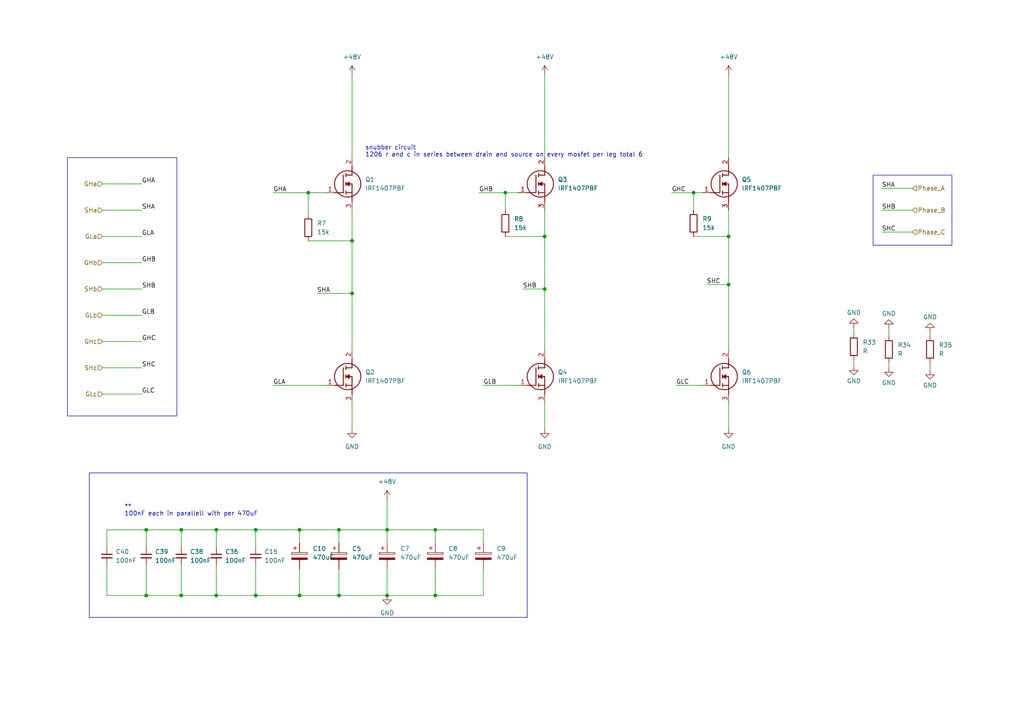
<source format=kicad_sch>
(kicad_sch (version 20230121) (generator eeschema)

  (uuid af921922-f65b-4cd6-b693-e18d3100cea3)

  (paper "A4")

  (lib_symbols
    (symbol "Device:C_Polarized" (pin_numbers hide) (pin_names (offset 0.254)) (in_bom yes) (on_board yes)
      (property "Reference" "C" (at 0.635 2.54 0)
        (effects (font (size 1.27 1.27)) (justify left))
      )
      (property "Value" "C_Polarized" (at 0.635 -2.54 0)
        (effects (font (size 1.27 1.27)) (justify left))
      )
      (property "Footprint" "" (at 0.9652 -3.81 0)
        (effects (font (size 1.27 1.27)) hide)
      )
      (property "Datasheet" "~" (at 0 0 0)
        (effects (font (size 1.27 1.27)) hide)
      )
      (property "ki_keywords" "cap capacitor" (at 0 0 0)
        (effects (font (size 1.27 1.27)) hide)
      )
      (property "ki_description" "Polarized capacitor" (at 0 0 0)
        (effects (font (size 1.27 1.27)) hide)
      )
      (property "ki_fp_filters" "CP_*" (at 0 0 0)
        (effects (font (size 1.27 1.27)) hide)
      )
      (symbol "C_Polarized_0_1"
        (rectangle (start -2.286 0.508) (end 2.286 1.016)
          (stroke (width 0) (type default))
          (fill (type none))
        )
        (polyline
          (pts
            (xy -1.778 2.286)
            (xy -0.762 2.286)
          )
          (stroke (width 0) (type default))
          (fill (type none))
        )
        (polyline
          (pts
            (xy -1.27 2.794)
            (xy -1.27 1.778)
          )
          (stroke (width 0) (type default))
          (fill (type none))
        )
        (rectangle (start 2.286 -0.508) (end -2.286 -1.016)
          (stroke (width 0) (type default))
          (fill (type outline))
        )
      )
      (symbol "C_Polarized_1_1"
        (pin passive line (at 0 3.81 270) (length 2.794)
          (name "~" (effects (font (size 1.27 1.27))))
          (number "1" (effects (font (size 1.27 1.27))))
        )
        (pin passive line (at 0 -3.81 90) (length 2.794)
          (name "~" (effects (font (size 1.27 1.27))))
          (number "2" (effects (font (size 1.27 1.27))))
        )
      )
    )
    (symbol "Device:C_Small" (pin_numbers hide) (pin_names (offset 0.254) hide) (in_bom yes) (on_board yes)
      (property "Reference" "C" (at 0.254 1.778 0)
        (effects (font (size 1.27 1.27)) (justify left))
      )
      (property "Value" "C_Small" (at 0.254 -2.032 0)
        (effects (font (size 1.27 1.27)) (justify left))
      )
      (property "Footprint" "" (at 0 0 0)
        (effects (font (size 1.27 1.27)) hide)
      )
      (property "Datasheet" "~" (at 0 0 0)
        (effects (font (size 1.27 1.27)) hide)
      )
      (property "ki_keywords" "capacitor cap" (at 0 0 0)
        (effects (font (size 1.27 1.27)) hide)
      )
      (property "ki_description" "Unpolarized capacitor, small symbol" (at 0 0 0)
        (effects (font (size 1.27 1.27)) hide)
      )
      (property "ki_fp_filters" "C_*" (at 0 0 0)
        (effects (font (size 1.27 1.27)) hide)
      )
      (symbol "C_Small_0_1"
        (polyline
          (pts
            (xy -1.524 -0.508)
            (xy 1.524 -0.508)
          )
          (stroke (width 0.3302) (type default))
          (fill (type none))
        )
        (polyline
          (pts
            (xy -1.524 0.508)
            (xy 1.524 0.508)
          )
          (stroke (width 0.3048) (type default))
          (fill (type none))
        )
      )
      (symbol "C_Small_1_1"
        (pin passive line (at 0 2.54 270) (length 2.032)
          (name "~" (effects (font (size 1.27 1.27))))
          (number "1" (effects (font (size 1.27 1.27))))
        )
        (pin passive line (at 0 -2.54 90) (length 2.032)
          (name "~" (effects (font (size 1.27 1.27))))
          (number "2" (effects (font (size 1.27 1.27))))
        )
      )
    )
    (symbol "Device:R" (pin_numbers hide) (pin_names (offset 0)) (in_bom yes) (on_board yes)
      (property "Reference" "R" (at 2.032 0 90)
        (effects (font (size 1.27 1.27)))
      )
      (property "Value" "R" (at 0 0 90)
        (effects (font (size 1.27 1.27)))
      )
      (property "Footprint" "" (at -1.778 0 90)
        (effects (font (size 1.27 1.27)) hide)
      )
      (property "Datasheet" "~" (at 0 0 0)
        (effects (font (size 1.27 1.27)) hide)
      )
      (property "ki_keywords" "R res resistor" (at 0 0 0)
        (effects (font (size 1.27 1.27)) hide)
      )
      (property "ki_description" "Resistor" (at 0 0 0)
        (effects (font (size 1.27 1.27)) hide)
      )
      (property "ki_fp_filters" "R_*" (at 0 0 0)
        (effects (font (size 1.27 1.27)) hide)
      )
      (symbol "R_0_1"
        (rectangle (start -1.016 -2.54) (end 1.016 2.54)
          (stroke (width 0.254) (type default))
          (fill (type none))
        )
      )
      (symbol "R_1_1"
        (pin passive line (at 0 3.81 270) (length 1.27)
          (name "~" (effects (font (size 1.27 1.27))))
          (number "1" (effects (font (size 1.27 1.27))))
        )
        (pin passive line (at 0 -3.81 90) (length 1.27)
          (name "~" (effects (font (size 1.27 1.27))))
          (number "2" (effects (font (size 1.27 1.27))))
        )
      )
    )
    (symbol "SamacSys_Parts:IRF1407PBF" (pin_names hide) (in_bom yes) (on_board yes)
      (property "Reference" "Q" (at 11.43 3.81 0)
        (effects (font (size 1.27 1.27)) (justify left top))
      )
      (property "Value" "IRF1407PBF" (at 11.43 1.27 0)
        (effects (font (size 1.27 1.27)) (justify left top))
      )
      (property "Footprint" "TO254P483X1016X1994-3P" (at 11.43 -98.73 0)
        (effects (font (size 1.27 1.27)) (justify left top) hide)
      )
      (property "Datasheet" "http://www.mouser.com/datasheet/2/196/irf1407pbf-1226865.pdf" (at 11.43 -198.73 0)
        (effects (font (size 1.27 1.27)) (justify left top) hide)
      )
      (property "Height" "4.83" (at 11.43 -398.73 0)
        (effects (font (size 1.27 1.27)) (justify left top) hide)
      )
      (property "Manufacturer_Name" "Infineon" (at 11.43 -498.73 0)
        (effects (font (size 1.27 1.27)) (justify left top) hide)
      )
      (property "Manufacturer_Part_Number" "IRF1407PBF" (at 11.43 -598.73 0)
        (effects (font (size 1.27 1.27)) (justify left top) hide)
      )
      (property "Mouser Part Number" "942-IRF1407PBF" (at 11.43 -698.73 0)
        (effects (font (size 1.27 1.27)) (justify left top) hide)
      )
      (property "Mouser Price/Stock" "https://www.mouser.co.uk/ProductDetail/Infineon-Technologies/IRF1407PBF?qs=2r01AXMCG3MFomct0c3JxA%3D%3D" (at 11.43 -798.73 0)
        (effects (font (size 1.27 1.27)) (justify left top) hide)
      )
      (property "Arrow Part Number" "IRF1407PBF" (at 11.43 -898.73 0)
        (effects (font (size 1.27 1.27)) (justify left top) hide)
      )
      (property "Arrow Price/Stock" "https://www.arrow.com/en/products/irf1407pbf/infineon-technologies-ag?region=europe" (at 11.43 -998.73 0)
        (effects (font (size 1.27 1.27)) (justify left top) hide)
      )
      (property "ki_description" "Infineon IRF1407PBF N-channel MOSFET, 130 A, 75 V IRF1407PbF, 3 + Tab-Pin TO-220AB" (at 0 0 0)
        (effects (font (size 1.27 1.27)) hide)
      )
      (symbol "IRF1407PBF_1_1"
        (polyline
          (pts
            (xy 2.54 0)
            (xy 5.08 0)
          )
          (stroke (width 0.254) (type default))
          (fill (type none))
        )
        (polyline
          (pts
            (xy 5.08 5.08)
            (xy 5.08 0)
          )
          (stroke (width 0.254) (type default))
          (fill (type none))
        )
        (polyline
          (pts
            (xy 5.842 -0.508)
            (xy 5.842 0.508)
          )
          (stroke (width 0.254) (type default))
          (fill (type none))
        )
        (polyline
          (pts
            (xy 5.842 0)
            (xy 7.62 0)
          )
          (stroke (width 0.254) (type default))
          (fill (type none))
        )
        (polyline
          (pts
            (xy 5.842 2.032)
            (xy 5.842 3.048)
          )
          (stroke (width 0.254) (type default))
          (fill (type none))
        )
        (polyline
          (pts
            (xy 5.842 5.588)
            (xy 5.842 4.572)
          )
          (stroke (width 0.254) (type default))
          (fill (type none))
        )
        (polyline
          (pts
            (xy 7.62 2.54)
            (xy 5.842 2.54)
          )
          (stroke (width 0.254) (type default))
          (fill (type none))
        )
        (polyline
          (pts
            (xy 7.62 2.54)
            (xy 7.62 -2.54)
          )
          (stroke (width 0.254) (type default))
          (fill (type none))
        )
        (polyline
          (pts
            (xy 7.62 5.08)
            (xy 5.842 5.08)
          )
          (stroke (width 0.254) (type default))
          (fill (type none))
        )
        (polyline
          (pts
            (xy 7.62 5.08)
            (xy 7.62 7.62)
          )
          (stroke (width 0.254) (type default))
          (fill (type none))
        )
        (polyline
          (pts
            (xy 5.842 2.54)
            (xy 6.858 3.048)
            (xy 6.858 2.032)
            (xy 5.842 2.54)
          )
          (stroke (width 0.254) (type default))
          (fill (type outline))
        )
        (circle (center 6.35 2.54) (radius 3.81)
          (stroke (width 0.254) (type default))
          (fill (type none))
        )
        (pin passive line (at 0 0 0) (length 2.54)
          (name "G" (effects (font (size 1.27 1.27))))
          (number "1" (effects (font (size 1.27 1.27))))
        )
        (pin passive line (at 7.62 10.16 270) (length 2.54)
          (name "D" (effects (font (size 1.27 1.27))))
          (number "2" (effects (font (size 1.27 1.27))))
        )
        (pin passive line (at 7.62 -5.08 90) (length 2.54)
          (name "S" (effects (font (size 1.27 1.27))))
          (number "3" (effects (font (size 1.27 1.27))))
        )
      )
    )
    (symbol "power:+48V" (power) (pin_names (offset 0)) (in_bom yes) (on_board yes)
      (property "Reference" "#PWR" (at 0 -3.81 0)
        (effects (font (size 1.27 1.27)) hide)
      )
      (property "Value" "+48V" (at 0 3.556 0)
        (effects (font (size 1.27 1.27)))
      )
      (property "Footprint" "" (at 0 0 0)
        (effects (font (size 1.27 1.27)) hide)
      )
      (property "Datasheet" "" (at 0 0 0)
        (effects (font (size 1.27 1.27)) hide)
      )
      (property "ki_keywords" "global power" (at 0 0 0)
        (effects (font (size 1.27 1.27)) hide)
      )
      (property "ki_description" "Power symbol creates a global label with name \"+48V\"" (at 0 0 0)
        (effects (font (size 1.27 1.27)) hide)
      )
      (symbol "+48V_0_1"
        (polyline
          (pts
            (xy -0.762 1.27)
            (xy 0 2.54)
          )
          (stroke (width 0) (type default))
          (fill (type none))
        )
        (polyline
          (pts
            (xy 0 0)
            (xy 0 2.54)
          )
          (stroke (width 0) (type default))
          (fill (type none))
        )
        (polyline
          (pts
            (xy 0 2.54)
            (xy 0.762 1.27)
          )
          (stroke (width 0) (type default))
          (fill (type none))
        )
      )
      (symbol "+48V_1_1"
        (pin power_in line (at 0 0 90) (length 0) hide
          (name "+48V" (effects (font (size 1.27 1.27))))
          (number "1" (effects (font (size 1.27 1.27))))
        )
      )
    )
    (symbol "power:GND" (power) (pin_names (offset 0)) (in_bom yes) (on_board yes)
      (property "Reference" "#PWR" (at 0 -6.35 0)
        (effects (font (size 1.27 1.27)) hide)
      )
      (property "Value" "GND" (at 0 -3.81 0)
        (effects (font (size 1.27 1.27)))
      )
      (property "Footprint" "" (at 0 0 0)
        (effects (font (size 1.27 1.27)) hide)
      )
      (property "Datasheet" "" (at 0 0 0)
        (effects (font (size 1.27 1.27)) hide)
      )
      (property "ki_keywords" "global power" (at 0 0 0)
        (effects (font (size 1.27 1.27)) hide)
      )
      (property "ki_description" "Power symbol creates a global label with name \"GND\" , ground" (at 0 0 0)
        (effects (font (size 1.27 1.27)) hide)
      )
      (symbol "GND_0_1"
        (polyline
          (pts
            (xy 0 0)
            (xy 0 -1.27)
            (xy 1.27 -1.27)
            (xy 0 -2.54)
            (xy -1.27 -1.27)
            (xy 0 -1.27)
          )
          (stroke (width 0) (type default))
          (fill (type none))
        )
      )
      (symbol "GND_1_1"
        (pin power_in line (at 0 0 270) (length 0) hide
          (name "GND" (effects (font (size 1.27 1.27))))
          (number "1" (effects (font (size 1.27 1.27))))
        )
      )
    )
  )

  (junction (at 42.418 172.72) (diameter 0) (color 0 0 0 0)
    (uuid 0e3cb4a5-f37c-4ab6-aa02-099bff24a7d6)
  )
  (junction (at 126.238 153.67) (diameter 0) (color 0 0 0 0)
    (uuid 0f2e2208-de35-4d58-8cab-270814e22016)
  )
  (junction (at 102.108 69.85) (diameter 0) (color 0 0 0 0)
    (uuid 156d0c0f-6c6c-4fea-8728-bcaa945080bc)
  )
  (junction (at 42.418 153.67) (diameter 0) (color 0 0 0 0)
    (uuid 1e085800-40ab-4493-b4fb-9a01b0222863)
  )
  (junction (at 157.988 83.82) (diameter 0) (color 0 0 0 0)
    (uuid 2139b731-773e-4557-be08-4aaf306d2cf8)
  )
  (junction (at 146.558 55.88) (diameter 0) (color 0 0 0 0)
    (uuid 42ee9f39-1121-4698-be94-1a02297095e9)
  )
  (junction (at 52.578 172.72) (diameter 0) (color 0 0 0 0)
    (uuid 5708947e-7960-4e59-9f24-f2e8877aff81)
  )
  (junction (at 74.168 153.67) (diameter 0) (color 0 0 0 0)
    (uuid 5b634c1d-3c9e-4da7-902b-7a35a1466d80)
  )
  (junction (at 112.268 153.67) (diameter 0) (color 0 0 0 0)
    (uuid 5d8d9f39-d59c-4ebb-8699-8cdb6913df30)
  )
  (junction (at 98.298 172.72) (diameter 0) (color 0 0 0 0)
    (uuid 5ea123ef-9f0d-431e-9195-c2a98b0b640b)
  )
  (junction (at 98.298 153.67) (diameter 0) (color 0 0 0 0)
    (uuid 6ab2fde5-9344-4359-a562-d572e6bfe12f)
  )
  (junction (at 126.238 172.72) (diameter 0) (color 0 0 0 0)
    (uuid 7a242e8a-54ee-40fd-957b-95588caa8c1d)
  )
  (junction (at 62.738 172.72) (diameter 0) (color 0 0 0 0)
    (uuid 83141d91-8b89-4bd3-837f-f0db3a76c9a7)
  )
  (junction (at 102.108 85.09) (diameter 0) (color 0 0 0 0)
    (uuid 83d2e220-0ce2-46b5-bbb9-3121332ea079)
  )
  (junction (at 211.328 68.58) (diameter 0) (color 0 0 0 0)
    (uuid 8d074257-37b1-4401-b05e-b17b6881ac76)
  )
  (junction (at 62.738 153.67) (diameter 0) (color 0 0 0 0)
    (uuid 92149e68-7021-45f5-8495-f30572950bdf)
  )
  (junction (at 52.578 153.67) (diameter 0) (color 0 0 0 0)
    (uuid 9327440c-df03-4bf7-93be-0ec6819ba583)
  )
  (junction (at 74.168 172.72) (diameter 0) (color 0 0 0 0)
    (uuid 9c066d73-d6f7-4c7d-be61-f849bb370188)
  )
  (junction (at 201.168 55.88) (diameter 0) (color 0 0 0 0)
    (uuid a0450813-0acc-43db-a08a-2568579dabef)
  )
  (junction (at 157.988 68.58) (diameter 0) (color 0 0 0 0)
    (uuid a23ae4cf-cc2f-48ec-8007-b4690e4522c5)
  )
  (junction (at 86.868 172.72) (diameter 0) (color 0 0 0 0)
    (uuid b758ab7b-9f7b-4621-bbd1-5fbc4cadc282)
  )
  (junction (at 89.408 55.88) (diameter 0) (color 0 0 0 0)
    (uuid ce42c63e-9099-4c89-9d00-ab9806e7be02)
  )
  (junction (at 86.868 153.67) (diameter 0) (color 0 0 0 0)
    (uuid f7f6da34-4bfb-4703-8b07-0dcabf249c16)
  )
  (junction (at 112.268 172.72) (diameter 0) (color 0 0 0 0)
    (uuid fc329af8-af6a-4966-ae8e-17f6065b9492)
  )
  (junction (at 211.328 82.55) (diameter 0) (color 0 0 0 0)
    (uuid fe714040-e5af-46bd-a66a-65f3e23453b5)
  )

  (wire (pts (xy 74.168 163.83) (xy 74.168 172.72))
    (stroke (width 0) (type default))
    (uuid 013026ae-e053-4c3d-9a13-bdc9aeb09a1a)
  )
  (wire (pts (xy 211.328 60.96) (xy 211.328 68.58))
    (stroke (width 0) (type default))
    (uuid 01e1f6e7-0ed8-4f99-8dca-aeeddff59282)
  )
  (wire (pts (xy 201.168 60.96) (xy 201.168 55.88))
    (stroke (width 0) (type default))
    (uuid 0855fd5b-273a-4148-a930-cb0adfbc1819)
  )
  (wire (pts (xy 201.168 55.88) (xy 203.708 55.88))
    (stroke (width 0) (type default))
    (uuid 0b3104c6-eafa-4033-8361-033251246273)
  )
  (wire (pts (xy 255.778 60.96) (xy 264.668 60.96))
    (stroke (width 0) (type default))
    (uuid 0bf0e6e4-2697-4cb1-a440-151f3aa68be1)
  )
  (wire (pts (xy 89.408 55.88) (xy 94.488 55.88))
    (stroke (width 0) (type default))
    (uuid 0e8ce9aa-0597-47cd-a16c-0a88f21289d2)
  )
  (wire (pts (xy 211.328 82.55) (xy 211.328 101.6))
    (stroke (width 0) (type default))
    (uuid 0eac9120-11de-4f93-ab67-72dffd19c073)
  )
  (wire (pts (xy 140.208 111.76) (xy 150.368 111.76))
    (stroke (width 0) (type default))
    (uuid 102f29ea-78f1-4636-bf28-518a2bf9100f)
  )
  (wire (pts (xy 102.108 85.09) (xy 102.108 101.6))
    (stroke (width 0) (type default))
    (uuid 118a048c-4de9-4d3a-a85e-eaad4e7bba04)
  )
  (wire (pts (xy 138.938 55.88) (xy 146.558 55.88))
    (stroke (width 0) (type default))
    (uuid 2b635288-4ffe-4259-b4ec-5d7b009d511a)
  )
  (wire (pts (xy 112.268 153.67) (xy 112.268 157.48))
    (stroke (width 0) (type default))
    (uuid 2f1dd392-3885-4db2-b4ce-f5247bcb5b9e)
  )
  (wire (pts (xy 29.718 114.3) (xy 41.148 114.3))
    (stroke (width 0) (type default))
    (uuid 2f452c13-bc80-4dc6-9aa2-b82dcf6834d4)
  )
  (wire (pts (xy 74.168 158.75) (xy 74.168 153.67))
    (stroke (width 0) (type default))
    (uuid 3142b87d-7df1-400e-baf4-f86a387b53ce)
  )
  (wire (pts (xy 42.418 153.67) (xy 52.578 153.67))
    (stroke (width 0) (type default))
    (uuid 3647c14e-1348-44eb-917f-63ed2b3eb9a9)
  )
  (wire (pts (xy 126.238 172.72) (xy 112.268 172.72))
    (stroke (width 0) (type default))
    (uuid 3ac7b136-a4a1-4a4d-9638-1cccb918b7fb)
  )
  (wire (pts (xy 269.748 96.266) (xy 269.748 97.536))
    (stroke (width 0) (type default))
    (uuid 3bff751d-5e41-48db-8e6b-94779fae4eb4)
  )
  (wire (pts (xy 98.298 172.72) (xy 86.868 172.72))
    (stroke (width 0) (type default))
    (uuid 46dee2f9-4521-4532-8ec6-78a97860c599)
  )
  (wire (pts (xy 86.868 165.1) (xy 86.868 172.72))
    (stroke (width 0) (type default))
    (uuid 481b1da1-1476-49c1-ad8b-2d70a9e0fe4d)
  )
  (wire (pts (xy 42.418 163.83) (xy 42.418 172.72))
    (stroke (width 0) (type default))
    (uuid 4c7d3da1-37d1-413e-85af-75b4eb9d6825)
  )
  (wire (pts (xy 29.718 60.96) (xy 41.148 60.96))
    (stroke (width 0) (type default))
    (uuid 500bf1a4-c82d-45c9-ac99-65aa91dbf23f)
  )
  (wire (pts (xy 247.65 94.996) (xy 247.65 96.774))
    (stroke (width 0) (type default))
    (uuid 512e8e60-d030-4372-a338-841b76e8ae10)
  )
  (wire (pts (xy 269.748 105.156) (xy 269.748 107.442))
    (stroke (width 0) (type default))
    (uuid 52d19b36-ffb8-4f63-b173-df908945b723)
  )
  (wire (pts (xy 140.208 172.72) (xy 126.238 172.72))
    (stroke (width 0) (type default))
    (uuid 53058ea3-42bb-4402-a28f-ac34e7e4b896)
  )
  (wire (pts (xy 42.418 153.67) (xy 30.988 153.67))
    (stroke (width 0) (type default))
    (uuid 54282af7-a210-45df-8495-7504456d73a3)
  )
  (wire (pts (xy 29.718 68.58) (xy 41.148 68.58))
    (stroke (width 0) (type default))
    (uuid 54ffd20a-4230-46e3-9d3c-df64930c876b)
  )
  (wire (pts (xy 196.088 111.76) (xy 203.708 111.76))
    (stroke (width 0) (type default))
    (uuid 55fd1e0d-f300-4ede-bf30-9260ead00fb4)
  )
  (wire (pts (xy 62.738 153.67) (xy 74.168 153.67))
    (stroke (width 0) (type default))
    (uuid 5f74d49e-c4fd-4c6b-ab35-dbd2aa92a2d9)
  )
  (wire (pts (xy 201.168 68.58) (xy 211.328 68.58))
    (stroke (width 0) (type default))
    (uuid 64fcc563-b8a5-4596-b2f8-8b2c0371a444)
  )
  (wire (pts (xy 257.81 95.25) (xy 257.81 97.536))
    (stroke (width 0) (type default))
    (uuid 68734ee3-6fbf-46ca-8e9f-1c18cf35eb5d)
  )
  (wire (pts (xy 211.328 124.46) (xy 211.328 116.84))
    (stroke (width 0) (type default))
    (uuid 69eafeec-6545-40f4-b81b-e6d5fdba11c3)
  )
  (wire (pts (xy 91.948 85.09) (xy 102.108 85.09))
    (stroke (width 0) (type default))
    (uuid 6dea5aa3-0497-4cef-9033-31d5ea2fdd6d)
  )
  (wire (pts (xy 194.818 55.88) (xy 201.168 55.88))
    (stroke (width 0) (type default))
    (uuid 726fcf4c-96fa-41b3-9740-4b4cdc23de49)
  )
  (wire (pts (xy 79.248 111.76) (xy 94.488 111.76))
    (stroke (width 0) (type default))
    (uuid 73e8e4c3-f5b6-4d77-bcdc-3a6501f16690)
  )
  (wire (pts (xy 257.81 105.156) (xy 257.81 106.68))
    (stroke (width 0) (type default))
    (uuid 75bb90a9-a510-4cb2-98fd-86fababe247e)
  )
  (wire (pts (xy 62.738 153.67) (xy 62.738 158.75))
    (stroke (width 0) (type default))
    (uuid 775a87b5-ad7d-4f7f-ae26-ebf7a3e06c75)
  )
  (wire (pts (xy 146.558 55.88) (xy 150.368 55.88))
    (stroke (width 0) (type default))
    (uuid 7f849553-937b-40dd-8748-a7cda2f95e5c)
  )
  (wire (pts (xy 52.578 163.83) (xy 52.578 172.72))
    (stroke (width 0) (type default))
    (uuid 8058384d-c2d2-4bbb-90ae-c0d9a4436dd9)
  )
  (wire (pts (xy 102.108 21.59) (xy 102.108 45.72))
    (stroke (width 0) (type default))
    (uuid 839ae9e1-9e47-4cb7-a2b7-3f8940d5ab62)
  )
  (wire (pts (xy 112.268 165.1) (xy 112.268 172.72))
    (stroke (width 0) (type default))
    (uuid 86f3de37-9fad-48c5-a5f8-0e27bc512890)
  )
  (wire (pts (xy 29.718 53.34) (xy 41.148 53.34))
    (stroke (width 0) (type default))
    (uuid 8cedc0c3-1e9c-4fc1-b43e-ceae2984a739)
  )
  (wire (pts (xy 102.108 60.96) (xy 102.108 69.85))
    (stroke (width 0) (type default))
    (uuid 8eb3548b-5c49-4ed7-8f19-0b5697712c17)
  )
  (wire (pts (xy 140.208 165.1) (xy 140.208 172.72))
    (stroke (width 0) (type default))
    (uuid 909d3c62-ebf4-4f33-8d9c-131a11f7bd04)
  )
  (wire (pts (xy 29.718 99.06) (xy 41.148 99.06))
    (stroke (width 0) (type default))
    (uuid 94662070-ff4e-48c7-a19a-fe622d945daa)
  )
  (wire (pts (xy 30.988 172.72) (xy 42.418 172.72))
    (stroke (width 0) (type default))
    (uuid 9872ee13-2483-4fa1-a864-5e76ae280132)
  )
  (wire (pts (xy 30.988 153.67) (xy 30.988 158.75))
    (stroke (width 0) (type default))
    (uuid 9981e897-74b0-4a6d-93c7-b659ac22dff6)
  )
  (wire (pts (xy 98.298 153.67) (xy 86.868 153.67))
    (stroke (width 0) (type default))
    (uuid 9cb15443-c571-4b41-b43d-93a0f86187c9)
  )
  (wire (pts (xy 255.778 67.31) (xy 264.668 67.31))
    (stroke (width 0) (type default))
    (uuid a050a770-ec06-469d-a8fe-03d84f30a934)
  )
  (wire (pts (xy 42.418 172.72) (xy 52.578 172.72))
    (stroke (width 0) (type default))
    (uuid a2f889d3-45c2-4e85-875a-1f9625375852)
  )
  (wire (pts (xy 146.558 55.88) (xy 146.558 60.96))
    (stroke (width 0) (type default))
    (uuid a403cf79-33bb-43ee-a15b-70e1714c7f01)
  )
  (wire (pts (xy 29.718 83.82) (xy 41.148 83.82))
    (stroke (width 0) (type default))
    (uuid a63a1bfa-1024-44fd-b674-ebb788d72df9)
  )
  (wire (pts (xy 52.578 172.72) (xy 62.738 172.72))
    (stroke (width 0) (type default))
    (uuid a7b08b0a-cfa8-4f47-90cb-123ef492f42f)
  )
  (wire (pts (xy 112.268 144.78) (xy 112.268 153.67))
    (stroke (width 0) (type default))
    (uuid a9aba5ee-47f5-49ba-8f42-bd1fb27e0472)
  )
  (wire (pts (xy 151.638 83.82) (xy 157.988 83.82))
    (stroke (width 0) (type default))
    (uuid afb60258-42b8-4421-af95-f3103014fc47)
  )
  (wire (pts (xy 255.778 54.61) (xy 264.668 54.61))
    (stroke (width 0) (type default))
    (uuid b0119b27-9375-4800-8db7-33a2b8f71af0)
  )
  (wire (pts (xy 98.298 153.67) (xy 98.298 157.48))
    (stroke (width 0) (type default))
    (uuid b3d0a169-57f4-43ad-ad41-aabc174c6430)
  )
  (wire (pts (xy 157.988 124.46) (xy 157.988 116.84))
    (stroke (width 0) (type default))
    (uuid b3fbaaa9-d425-449d-99a7-1a989fef72cc)
  )
  (wire (pts (xy 74.168 172.72) (xy 86.868 172.72))
    (stroke (width 0) (type default))
    (uuid bb58512e-6ba9-4664-8329-19eb01780e12)
  )
  (wire (pts (xy 89.408 55.88) (xy 89.408 62.23))
    (stroke (width 0) (type default))
    (uuid c22f5c67-8ef2-473a-9eda-fc0a9af32584)
  )
  (wire (pts (xy 102.108 69.85) (xy 102.108 85.09))
    (stroke (width 0) (type default))
    (uuid c4e03eb7-ddae-4e1f-b1eb-b5f32815bf1e)
  )
  (wire (pts (xy 157.988 21.59) (xy 157.988 45.72))
    (stroke (width 0) (type default))
    (uuid c530cf2c-7cbb-47a3-9aee-31bd7fdd276b)
  )
  (wire (pts (xy 29.718 91.44) (xy 41.148 91.44))
    (stroke (width 0) (type default))
    (uuid c6fd4e90-4f9b-491e-bd54-8247b45660bf)
  )
  (wire (pts (xy 74.168 153.67) (xy 86.868 153.67))
    (stroke (width 0) (type default))
    (uuid c7108405-be26-48a6-818a-fa882cf8f5be)
  )
  (wire (pts (xy 126.238 153.67) (xy 112.268 153.67))
    (stroke (width 0) (type default))
    (uuid c7937555-8a1b-4385-ac8f-bd4477f112cb)
  )
  (wire (pts (xy 62.738 172.72) (xy 74.168 172.72))
    (stroke (width 0) (type default))
    (uuid c88c83ce-dd50-4eeb-9a52-bf1deae2c326)
  )
  (wire (pts (xy 52.578 153.67) (xy 62.738 153.67))
    (stroke (width 0) (type default))
    (uuid c8f3a62a-e865-45a8-997a-27593fecbdb5)
  )
  (wire (pts (xy 86.868 153.67) (xy 86.868 157.48))
    (stroke (width 0) (type default))
    (uuid c99a5add-25c8-49f3-8c04-a1938eb6090f)
  )
  (wire (pts (xy 211.328 21.59) (xy 211.328 45.72))
    (stroke (width 0) (type default))
    (uuid c9dbed1b-828f-4ee6-b7bf-8f49f126905e)
  )
  (wire (pts (xy 62.738 163.83) (xy 62.738 172.72))
    (stroke (width 0) (type default))
    (uuid ca255278-944b-41a5-a2ad-a7711c605d53)
  )
  (wire (pts (xy 29.718 106.68) (xy 41.148 106.68))
    (stroke (width 0) (type default))
    (uuid ce860433-7280-4ec9-89e3-5e46ad203c58)
  )
  (wire (pts (xy 112.268 153.67) (xy 98.298 153.67))
    (stroke (width 0) (type default))
    (uuid cf196df6-6b96-41bc-b3b7-a41687e1f640)
  )
  (wire (pts (xy 157.988 60.96) (xy 157.988 68.58))
    (stroke (width 0) (type default))
    (uuid cf3f08e7-a13e-43e5-b332-f1717786cc51)
  )
  (wire (pts (xy 204.978 82.55) (xy 211.328 82.55))
    (stroke (width 0) (type default))
    (uuid d19a79f5-00de-4cbd-92af-88eab133e43b)
  )
  (wire (pts (xy 146.558 68.58) (xy 157.988 68.58))
    (stroke (width 0) (type default))
    (uuid d2578821-0e34-45cc-a50b-f8012199e05d)
  )
  (wire (pts (xy 157.988 68.58) (xy 157.988 83.82))
    (stroke (width 0) (type default))
    (uuid d5a944a0-273d-4d5f-8dc1-a2a21af43ff6)
  )
  (wire (pts (xy 211.328 68.58) (xy 211.328 82.55))
    (stroke (width 0) (type default))
    (uuid d69517d6-ddbe-4d0a-8a51-37031f5535f9)
  )
  (wire (pts (xy 126.238 165.1) (xy 126.238 172.72))
    (stroke (width 0) (type default))
    (uuid dcacf42a-1f81-4f36-9f06-28f62fb514bb)
  )
  (wire (pts (xy 157.988 83.82) (xy 157.988 101.6))
    (stroke (width 0) (type default))
    (uuid dd37fffc-995a-4290-a1f9-a0f2dc2c894c)
  )
  (wire (pts (xy 42.418 153.67) (xy 42.418 158.75))
    (stroke (width 0) (type default))
    (uuid e24caa68-82b5-4638-b39c-6a5afe73316e)
  )
  (wire (pts (xy 112.268 172.72) (xy 98.298 172.72))
    (stroke (width 0) (type default))
    (uuid e8abaa29-70a6-4c74-a420-2932c56f846e)
  )
  (wire (pts (xy 98.298 165.1) (xy 98.298 172.72))
    (stroke (width 0) (type default))
    (uuid e8b846dc-4c82-4d97-b15e-a404853355bd)
  )
  (wire (pts (xy 102.108 124.46) (xy 102.108 116.84))
    (stroke (width 0) (type default))
    (uuid eb515f43-e3b1-417b-adee-9289dcf4c032)
  )
  (wire (pts (xy 247.65 104.394) (xy 247.65 106.172))
    (stroke (width 0) (type default))
    (uuid f0e54921-639e-4ac5-8703-88c3467ce484)
  )
  (wire (pts (xy 79.248 55.88) (xy 89.408 55.88))
    (stroke (width 0) (type default))
    (uuid f2f7c613-8cc9-45b3-8b59-94e7ae4a1e02)
  )
  (wire (pts (xy 140.208 157.48) (xy 140.208 153.67))
    (stroke (width 0) (type default))
    (uuid f4142ddd-edd3-4ad4-ae87-c161f67007aa)
  )
  (wire (pts (xy 89.408 69.85) (xy 102.108 69.85))
    (stroke (width 0) (type default))
    (uuid f8c9dd92-7b44-41d9-9d70-bca2049da7ac)
  )
  (wire (pts (xy 126.238 157.48) (xy 126.238 153.67))
    (stroke (width 0) (type default))
    (uuid f9d5e8c7-962f-4f25-b2e0-78b5a8832375)
  )
  (wire (pts (xy 140.208 153.67) (xy 126.238 153.67))
    (stroke (width 0) (type default))
    (uuid f9e1611f-cb03-4b66-8f3d-1b745a17653c)
  )
  (wire (pts (xy 30.988 163.83) (xy 30.988 172.72))
    (stroke (width 0) (type default))
    (uuid fa55d5d5-ecb1-476f-943e-38a41f276b43)
  )
  (wire (pts (xy 29.718 76.2) (xy 41.148 76.2))
    (stroke (width 0) (type default))
    (uuid fae0fadb-4bae-4816-a9fd-2a674dc8c508)
  )
  (wire (pts (xy 52.578 158.75) (xy 52.578 153.67))
    (stroke (width 0) (type default))
    (uuid fcd1d334-3bbe-4f83-a00f-4121e9ece89b)
  )

  (rectangle (start 25.908 137.16) (end 152.908 179.07)
    (stroke (width 0) (type default))
    (fill (type none))
    (uuid 286acd91-6133-44f9-9b22-426f58914b8a)
  )
  (rectangle (start 253.238 50.8) (end 276.098 71.12)
    (stroke (width 0) (type default))
    (fill (type none))
    (uuid 3dceac31-1f8d-467c-88d2-e1e24a4dda12)
  )
  (rectangle (start 19.558 45.72) (end 51.308 120.65)
    (stroke (width 0) (type default))
    (fill (type none))
    (uuid fdd4e4e5-fc37-4496-944b-b845bab9ce2e)
  )

  (text "snubber circuit\n1206 r and c in series between drain and source on every mosfet per leg total 6"
    (at 105.918 45.72 0)
    (effects (font (size 1.27 1.27)) (justify left bottom))
    (uuid 0046b46d-f60f-422a-a5cb-aa1ed7be660a)
  )
  (text "**\n100nF each in parallell with per 470uF\n" (at 36.068 149.86 0)
    (effects (font (size 1.27 1.27)) (justify left bottom))
    (uuid 3be7bf0d-37a3-4f19-bb67-a6a2932ca35b)
  )

  (label "GHA" (at 41.148 53.34 0) (fields_autoplaced)
    (effects (font (size 1.27 1.27)) (justify left bottom))
    (uuid 11c42d41-2dfa-4911-8161-af97bbd486a3)
  )
  (label "SHC" (at 41.148 106.68 0) (fields_autoplaced)
    (effects (font (size 1.27 1.27)) (justify left bottom))
    (uuid 1a53c768-30ca-4714-8802-f7364ef7ad8b)
  )
  (label "GHC" (at 41.148 99.06 0) (fields_autoplaced)
    (effects (font (size 1.27 1.27)) (justify left bottom))
    (uuid 1f6d5a7d-6193-4546-8ce9-3388022e6b77)
  )
  (label "SHA" (at 41.148 60.96 0) (fields_autoplaced)
    (effects (font (size 1.27 1.27)) (justify left bottom))
    (uuid 3106ec4b-ff9f-4ace-af0f-dc977d4a5f4a)
  )
  (label "GLA" (at 41.148 68.58 0) (fields_autoplaced)
    (effects (font (size 1.27 1.27)) (justify left bottom))
    (uuid 379e4368-c523-4afd-9563-51cda5bd1a21)
  )
  (label "GLA" (at 79.248 111.76 0) (fields_autoplaced)
    (effects (font (size 1.27 1.27)) (justify left bottom))
    (uuid 5b77b5a6-9b33-486f-a872-7146d7853c65)
  )
  (label "SHC" (at 204.978 82.55 0) (fields_autoplaced)
    (effects (font (size 1.27 1.27)) (justify left bottom))
    (uuid 61c91517-b536-42f8-97d1-b25448346167)
  )
  (label "SHA" (at 91.948 85.09 0) (fields_autoplaced)
    (effects (font (size 1.27 1.27)) (justify left bottom))
    (uuid 628dd5da-5d92-4d7d-b635-96c4f8f3e002)
  )
  (label "GLC" (at 196.088 111.76 0) (fields_autoplaced)
    (effects (font (size 1.27 1.27)) (justify left bottom))
    (uuid 7553545c-83d1-47ab-a8b8-5d4cd9dae1d9)
  )
  (label "GHB" (at 41.148 76.2 0) (fields_autoplaced)
    (effects (font (size 1.27 1.27)) (justify left bottom))
    (uuid 7a594af3-4955-4fc1-88ac-1af2bc74454e)
  )
  (label "GLC" (at 41.148 114.3 0) (fields_autoplaced)
    (effects (font (size 1.27 1.27)) (justify left bottom))
    (uuid 7e0e3a08-ad01-40e2-877d-d8ecee264039)
  )
  (label "SHB" (at 255.778 60.96 0) (fields_autoplaced)
    (effects (font (size 1.27 1.27)) (justify left bottom))
    (uuid 926839f1-a8b8-4246-b4ed-9d86af15e374)
  )
  (label "GLB" (at 140.208 111.76 0) (fields_autoplaced)
    (effects (font (size 1.27 1.27)) (justify left bottom))
    (uuid 94568f18-03fa-4f02-98d6-c7ad8bc208cf)
  )
  (label "SHA" (at 255.778 54.61 0) (fields_autoplaced)
    (effects (font (size 1.27 1.27)) (justify left bottom))
    (uuid a4cc5517-85ed-4cd0-bb79-6d020149180e)
  )
  (label "SHC" (at 255.778 67.31 0) (fields_autoplaced)
    (effects (font (size 1.27 1.27)) (justify left bottom))
    (uuid af02b9db-0e0f-449e-aa56-efd223bced8e)
  )
  (label "SHB" (at 151.638 83.82 0) (fields_autoplaced)
    (effects (font (size 1.27 1.27)) (justify left bottom))
    (uuid c17c635b-5111-4b58-9e87-aae7ca8e8e1b)
  )
  (label "GLB" (at 41.148 91.44 0) (fields_autoplaced)
    (effects (font (size 1.27 1.27)) (justify left bottom))
    (uuid cdfd0f03-c89c-4c1a-ab6e-028d32802a98)
  )
  (label "GHA" (at 79.248 55.88 0) (fields_autoplaced)
    (effects (font (size 1.27 1.27)) (justify left bottom))
    (uuid d5f29200-fce0-4a19-824f-797c7c148659)
  )
  (label "GHB" (at 138.938 55.88 0) (fields_autoplaced)
    (effects (font (size 1.27 1.27)) (justify left bottom))
    (uuid df577ca4-bb2d-447c-b58d-e97743bbcc8d)
  )
  (label "GHC" (at 194.818 55.88 0) (fields_autoplaced)
    (effects (font (size 1.27 1.27)) (justify left bottom))
    (uuid e0b25327-b437-42c0-a960-398231c8c337)
  )
  (label "SHB" (at 41.148 83.82 0) (fields_autoplaced)
    (effects (font (size 1.27 1.27)) (justify left bottom))
    (uuid f69f0006-1372-47bf-b328-5ce615eaedd5)
  )

  (hierarchical_label "Phase_C" (shape input) (at 264.668 67.31 0) (fields_autoplaced)
    (effects (font (size 1.27 1.27)) (justify left))
    (uuid 1c977f2a-9716-440d-b4a5-5997a8d81ee1)
  )
  (hierarchical_label "GLa" (shape input) (at 29.718 68.58 180) (fields_autoplaced)
    (effects (font (size 1.27 1.27)) (justify right))
    (uuid 36550ad3-d396-408a-bc3a-12f892417388)
  )
  (hierarchical_label "Phase_B" (shape input) (at 264.668 60.96 0) (fields_autoplaced)
    (effects (font (size 1.27 1.27)) (justify left))
    (uuid 36e7b4d2-68c0-490f-89bf-3bbf3d34b8e3)
  )
  (hierarchical_label "GLc" (shape input) (at 29.718 114.3 180) (fields_autoplaced)
    (effects (font (size 1.27 1.27)) (justify right))
    (uuid 4becdd5a-a493-4ecf-a1c3-1e0c594768af)
  )
  (hierarchical_label "GHa" (shape input) (at 29.718 53.34 180) (fields_autoplaced)
    (effects (font (size 1.27 1.27)) (justify right))
    (uuid 5715e098-c819-475e-a053-1bee8e2a967f)
  )
  (hierarchical_label "GHc" (shape input) (at 29.718 99.06 180) (fields_autoplaced)
    (effects (font (size 1.27 1.27)) (justify right))
    (uuid 92ce5b25-75e1-4232-b0d2-790386745afb)
  )
  (hierarchical_label "Phase_A" (shape input) (at 264.668 54.61 0) (fields_autoplaced)
    (effects (font (size 1.27 1.27)) (justify left))
    (uuid 96f2fad0-16ff-4ac4-a951-0640fee60413)
  )
  (hierarchical_label "SHa" (shape input) (at 29.718 60.96 180) (fields_autoplaced)
    (effects (font (size 1.27 1.27)) (justify right))
    (uuid c0520310-4aee-458d-be7f-6eec915d085e)
  )
  (hierarchical_label "GHb" (shape input) (at 29.718 76.2 180) (fields_autoplaced)
    (effects (font (size 1.27 1.27)) (justify right))
    (uuid c0b0088d-412f-46b0-a4f8-b1e16ea2fceb)
  )
  (hierarchical_label "SHb" (shape input) (at 29.718 83.82 180) (fields_autoplaced)
    (effects (font (size 1.27 1.27)) (justify right))
    (uuid c68655a5-648b-40cc-9290-83e5c2477a60)
  )
  (hierarchical_label "SHc" (shape input) (at 29.718 106.68 180) (fields_autoplaced)
    (effects (font (size 1.27 1.27)) (justify right))
    (uuid e698981a-a447-4bf5-803c-282168a83be3)
  )
  (hierarchical_label "GLb" (shape input) (at 29.718 91.44 180) (fields_autoplaced)
    (effects (font (size 1.27 1.27)) (justify right))
    (uuid f84ab4e7-50f7-4da3-9ddd-72ee99687326)
  )

  (symbol (lib_id "Device:C_Small") (at 52.578 161.29 0) (unit 1)
    (in_bom yes) (on_board yes) (dnp no) (fields_autoplaced)
    (uuid 0693b63b-842e-4de1-851a-bdf1fa60f778)
    (property "Reference" "C38" (at 55.118 160.0263 0)
      (effects (font (size 1.27 1.27)) (justify left))
    )
    (property "Value" "100nF" (at 55.118 162.5663 0)
      (effects (font (size 1.27 1.27)) (justify left))
    )
    (property "Footprint" "Capacitor_THT:C_Rect_L7.0mm_W2.5mm_P5.00mm" (at 52.578 161.29 0)
      (effects (font (size 1.27 1.27)) hide)
    )
    (property "Datasheet" "~" (at 52.578 161.29 0)
      (effects (font (size 1.27 1.27)) hide)
    )
    (pin "1" (uuid 3380b086-e09e-41d0-b0ea-beceb4bc352e))
    (pin "2" (uuid 52020c6b-3943-4520-b9d8-e98192b28475))
    (instances
      (project "ir2110_schematic"
        (path "/12eff5cc-cd10-4544-bdce-879319851b2e/7c79b6e2-aeee-4fa4-ba28-774858432144"
          (reference "C38") (unit 1)
        )
      )
      (project "controller_full6"
        (path "/3c3ae94a-eb39-4fa8-93aa-1a47bef57ada/666672a9-2715-491a-b5bd-3735e0943315"
          (reference "C48") (unit 1)
        )
      )
      (project "irf1407_mosfets"
        (path "/e15e44df-9c5f-4f55-b538-647c28d006e0"
          (reference "C38") (unit 1)
        )
      )
    )
  )

  (symbol (lib_id "Device:C_Polarized") (at 126.238 161.29 0) (unit 1)
    (in_bom yes) (on_board yes) (dnp no) (fields_autoplaced)
    (uuid 07ae0e3e-0227-4d47-acc0-fb462b2bbf19)
    (property "Reference" "C8" (at 130.048 159.131 0)
      (effects (font (size 1.27 1.27)) (justify left))
    )
    (property "Value" "470uF" (at 130.048 161.671 0)
      (effects (font (size 1.27 1.27)) (justify left))
    )
    (property "Footprint" "Capacitor_THT:CP_Radial_D10.0mm_P3.50mm" (at 127.2032 165.1 0)
      (effects (font (size 1.27 1.27)) hide)
    )
    (property "Datasheet" "~" (at 126.238 161.29 0)
      (effects (font (size 1.27 1.27)) hide)
    )
    (pin "1" (uuid 0bd8c95d-9a18-4253-ac48-0a95527f2008))
    (pin "2" (uuid a7c5f0ed-432d-4398-bcaf-69effe1081db))
    (instances
      (project "ir2110_schematic"
        (path "/12eff5cc-cd10-4544-bdce-879319851b2e/7c79b6e2-aeee-4fa4-ba28-774858432144"
          (reference "C8") (unit 1)
        )
      )
      (project "controller_full6"
        (path "/3c3ae94a-eb39-4fa8-93aa-1a47bef57ada/666672a9-2715-491a-b5bd-3735e0943315"
          (reference "C54") (unit 1)
        )
      )
      (project "irf1407_mosfets"
        (path "/e15e44df-9c5f-4f55-b538-647c28d006e0"
          (reference "C8") (unit 1)
        )
      )
    )
  )

  (symbol (lib_id "power:+48V") (at 112.268 144.78 0) (unit 1)
    (in_bom yes) (on_board yes) (dnp no) (fields_autoplaced)
    (uuid 14fdd971-752a-4cfe-8fe3-a95d315bd02a)
    (property "Reference" "#PWR030" (at 112.268 148.59 0)
      (effects (font (size 1.27 1.27)) hide)
    )
    (property "Value" "+48V" (at 112.268 139.7 0)
      (effects (font (size 1.27 1.27)))
    )
    (property "Footprint" "" (at 112.268 144.78 0)
      (effects (font (size 1.27 1.27)) hide)
    )
    (property "Datasheet" "" (at 112.268 144.78 0)
      (effects (font (size 1.27 1.27)) hide)
    )
    (pin "1" (uuid 1ad76dcb-2aab-4ed7-8d76-25fe4976afa9))
    (instances
      (project "ir2110_schematic"
        (path "/12eff5cc-cd10-4544-bdce-879319851b2e/7c79b6e2-aeee-4fa4-ba28-774858432144"
          (reference "#PWR030") (unit 1)
        )
      )
      (project "controller_full6"
        (path "/3c3ae94a-eb39-4fa8-93aa-1a47bef57ada/666672a9-2715-491a-b5bd-3735e0943315"
          (reference "#PWR054") (unit 1)
        )
      )
      (project "irf1407_mosfets"
        (path "/e15e44df-9c5f-4f55-b538-647c28d006e0"
          (reference "#PWR030") (unit 1)
        )
      )
    )
  )

  (symbol (lib_id "power:+48V") (at 102.108 21.59 0) (unit 1)
    (in_bom yes) (on_board yes) (dnp no) (fields_autoplaced)
    (uuid 170d273e-d07c-4e83-ba39-fe80eedd2442)
    (property "Reference" "#PWR023" (at 102.108 25.4 0)
      (effects (font (size 1.27 1.27)) hide)
    )
    (property "Value" "+48V" (at 102.108 16.51 0)
      (effects (font (size 1.27 1.27)))
    )
    (property "Footprint" "" (at 102.108 21.59 0)
      (effects (font (size 1.27 1.27)) hide)
    )
    (property "Datasheet" "" (at 102.108 21.59 0)
      (effects (font (size 1.27 1.27)) hide)
    )
    (pin "1" (uuid f32430f7-65e4-4cbe-b66c-48eca8617ace))
    (instances
      (project "ir2110_schematic"
        (path "/12eff5cc-cd10-4544-bdce-879319851b2e/7c79b6e2-aeee-4fa4-ba28-774858432144"
          (reference "#PWR023") (unit 1)
        )
      )
      (project "controller_full6"
        (path "/3c3ae94a-eb39-4fa8-93aa-1a47bef57ada/666672a9-2715-491a-b5bd-3735e0943315"
          (reference "#PWR052") (unit 1)
        )
      )
      (project "irf1407_mosfets"
        (path "/e15e44df-9c5f-4f55-b538-647c28d006e0"
          (reference "#PWR023") (unit 1)
        )
      )
    )
  )

  (symbol (lib_id "power:GND") (at 269.748 96.266 180) (unit 1)
    (in_bom yes) (on_board yes) (dnp no) (fields_autoplaced)
    (uuid 22880b8d-c98f-4b55-9edd-833d10df3a90)
    (property "Reference" "#PWR077" (at 269.748 89.916 0)
      (effects (font (size 1.27 1.27)) hide)
    )
    (property "Value" "GND" (at 269.748 91.948 0)
      (effects (font (size 1.27 1.27)))
    )
    (property "Footprint" "" (at 269.748 96.266 0)
      (effects (font (size 1.27 1.27)) hide)
    )
    (property "Datasheet" "" (at 269.748 96.266 0)
      (effects (font (size 1.27 1.27)) hide)
    )
    (pin "1" (uuid b1fcd0a6-8341-4e1b-833a-d6b7dea70320))
    (instances
      (project "controller_full6"
        (path "/3c3ae94a-eb39-4fa8-93aa-1a47bef57ada/666672a9-2715-491a-b5bd-3735e0943315"
          (reference "#PWR077") (unit 1)
        )
      )
    )
  )

  (symbol (lib_id "Device:R") (at 247.65 100.584 0) (unit 1)
    (in_bom yes) (on_board yes) (dnp no) (fields_autoplaced)
    (uuid 24def31e-578a-4518-80e9-4c0f7982ba21)
    (property "Reference" "R33" (at 250.19 99.314 0)
      (effects (font (size 1.27 1.27)) (justify left))
    )
    (property "Value" "R" (at 250.19 101.854 0)
      (effects (font (size 1.27 1.27)) (justify left))
    )
    (property "Footprint" "Resistor_SMD:R_0603_1608Metric_Pad0.98x0.95mm_HandSolder" (at 245.872 100.584 90)
      (effects (font (size 1.27 1.27)) hide)
    )
    (property "Datasheet" "~" (at 247.65 100.584 0)
      (effects (font (size 1.27 1.27)) hide)
    )
    (pin "2" (uuid 6e8c3e00-2e25-44d0-a7d3-246600d72ffd))
    (pin "1" (uuid cdfbbdc8-ff23-4ad2-9127-c163bab9edfb))
    (instances
      (project "controller_full6"
        (path "/3c3ae94a-eb39-4fa8-93aa-1a47bef57ada/666672a9-2715-491a-b5bd-3735e0943315"
          (reference "R33") (unit 1)
        )
      )
    )
  )

  (symbol (lib_id "power:GND") (at 257.81 95.25 180) (unit 1)
    (in_bom yes) (on_board yes) (dnp no) (fields_autoplaced)
    (uuid 26543dad-6df6-47d1-a8af-99d4af7a0b2b)
    (property "Reference" "#PWR078" (at 257.81 88.9 0)
      (effects (font (size 1.27 1.27)) hide)
    )
    (property "Value" "GND" (at 257.81 90.932 0)
      (effects (font (size 1.27 1.27)))
    )
    (property "Footprint" "" (at 257.81 95.25 0)
      (effects (font (size 1.27 1.27)) hide)
    )
    (property "Datasheet" "" (at 257.81 95.25 0)
      (effects (font (size 1.27 1.27)) hide)
    )
    (pin "1" (uuid 1d0401d4-1b9a-455f-972a-113acd14fc43))
    (instances
      (project "controller_full6"
        (path "/3c3ae94a-eb39-4fa8-93aa-1a47bef57ada/666672a9-2715-491a-b5bd-3735e0943315"
          (reference "#PWR078") (unit 1)
        )
      )
    )
  )

  (symbol (lib_id "power:+48V") (at 157.988 21.59 0) (unit 1)
    (in_bom yes) (on_board yes) (dnp no) (fields_autoplaced)
    (uuid 2a651c36-c1eb-40a2-8099-88784846ff07)
    (property "Reference" "#PWR024" (at 157.988 25.4 0)
      (effects (font (size 1.27 1.27)) hide)
    )
    (property "Value" "+48V" (at 157.988 16.51 0)
      (effects (font (size 1.27 1.27)))
    )
    (property "Footprint" "" (at 157.988 21.59 0)
      (effects (font (size 1.27 1.27)) hide)
    )
    (property "Datasheet" "" (at 157.988 21.59 0)
      (effects (font (size 1.27 1.27)) hide)
    )
    (pin "1" (uuid 178d54c9-ace0-4469-bae6-e90b97818255))
    (instances
      (project "ir2110_schematic"
        (path "/12eff5cc-cd10-4544-bdce-879319851b2e/7c79b6e2-aeee-4fa4-ba28-774858432144"
          (reference "#PWR024") (unit 1)
        )
      )
      (project "controller_full6"
        (path "/3c3ae94a-eb39-4fa8-93aa-1a47bef57ada/666672a9-2715-491a-b5bd-3735e0943315"
          (reference "#PWR056") (unit 1)
        )
      )
      (project "irf1407_mosfets"
        (path "/e15e44df-9c5f-4f55-b538-647c28d006e0"
          (reference "#PWR024") (unit 1)
        )
      )
    )
  )

  (symbol (lib_id "power:GND") (at 247.65 94.996 180) (unit 1)
    (in_bom yes) (on_board yes) (dnp no) (fields_autoplaced)
    (uuid 2b3001b5-158b-4922-8820-521b3a5cb1db)
    (property "Reference" "#PWR079" (at 247.65 88.646 0)
      (effects (font (size 1.27 1.27)) hide)
    )
    (property "Value" "GND" (at 247.65 90.678 0)
      (effects (font (size 1.27 1.27)))
    )
    (property "Footprint" "" (at 247.65 94.996 0)
      (effects (font (size 1.27 1.27)) hide)
    )
    (property "Datasheet" "" (at 247.65 94.996 0)
      (effects (font (size 1.27 1.27)) hide)
    )
    (pin "1" (uuid de5170c3-4bed-4c79-8fb8-a1bc3ffa9009))
    (instances
      (project "controller_full6"
        (path "/3c3ae94a-eb39-4fa8-93aa-1a47bef57ada/666672a9-2715-491a-b5bd-3735e0943315"
          (reference "#PWR079") (unit 1)
        )
      )
    )
  )

  (symbol (lib_id "SamacSys_Parts:IRF1407PBF") (at 94.488 111.76 0) (unit 1)
    (in_bom yes) (on_board yes) (dnp no) (fields_autoplaced)
    (uuid 2eb810fc-4903-47ca-abfc-e3a564fea00b)
    (property "Reference" "Q2" (at 105.918 107.95 0)
      (effects (font (size 1.27 1.27)) (justify left))
    )
    (property "Value" "IRF1407PBF" (at 105.918 110.49 0)
      (effects (font (size 1.27 1.27)) (justify left))
    )
    (property "Footprint" "SamacSys_Parts:TO254P483X1016X1994-3P" (at 105.918 210.49 0)
      (effects (font (size 1.27 1.27)) (justify left top) hide)
    )
    (property "Datasheet" "http://www.mouser.com/datasheet/2/196/irf1407pbf-1226865.pdf" (at 105.918 310.49 0)
      (effects (font (size 1.27 1.27)) (justify left top) hide)
    )
    (property "Height" "4.83" (at 105.918 510.49 0)
      (effects (font (size 1.27 1.27)) (justify left top) hide)
    )
    (property "Manufacturer_Name" "Infineon" (at 105.918 610.49 0)
      (effects (font (size 1.27 1.27)) (justify left top) hide)
    )
    (property "Manufacturer_Part_Number" "IRF1407PBF" (at 105.918 710.49 0)
      (effects (font (size 1.27 1.27)) (justify left top) hide)
    )
    (property "Mouser Part Number" "942-IRF1407PBF" (at 105.918 810.49 0)
      (effects (font (size 1.27 1.27)) (justify left top) hide)
    )
    (property "Mouser Price/Stock" "https://www.mouser.co.uk/ProductDetail/Infineon-Technologies/IRF1407PBF?qs=2r01AXMCG3MFomct0c3JxA%3D%3D" (at 105.918 910.49 0)
      (effects (font (size 1.27 1.27)) (justify left top) hide)
    )
    (property "Arrow Part Number" "IRF1407PBF" (at 105.918 1010.49 0)
      (effects (font (size 1.27 1.27)) (justify left top) hide)
    )
    (property "Arrow Price/Stock" "https://www.arrow.com/en/products/irf1407pbf/infineon-technologies-ag?region=europe" (at 105.918 1110.49 0)
      (effects (font (size 1.27 1.27)) (justify left top) hide)
    )
    (pin "1" (uuid 0a4fe3ce-092a-4a91-ba42-7ecc886de0a2))
    (pin "2" (uuid bcbb008c-9083-41bc-a4db-0dc24d0e7689))
    (pin "3" (uuid e0a8f27c-26ac-400f-b9a0-c1d5694cd9b7))
    (instances
      (project "ir2110_schematic"
        (path "/12eff5cc-cd10-4544-bdce-879319851b2e/7c79b6e2-aeee-4fa4-ba28-774858432144"
          (reference "Q2") (unit 1)
        )
      )
      (project "controller_full6"
        (path "/3c3ae94a-eb39-4fa8-93aa-1a47bef57ada/666672a9-2715-491a-b5bd-3735e0943315"
          (reference "Q2") (unit 1)
        )
      )
      (project "irf1407_mosfets"
        (path "/e15e44df-9c5f-4f55-b538-647c28d006e0"
          (reference "Q2") (unit 1)
        )
      )
    )
  )

  (symbol (lib_id "Device:R") (at 201.168 64.77 0) (unit 1)
    (in_bom yes) (on_board yes) (dnp no) (fields_autoplaced)
    (uuid 39bf86de-c1da-470d-ab87-77295a5363aa)
    (property "Reference" "R9" (at 203.708 63.5 0)
      (effects (font (size 1.27 1.27)) (justify left))
    )
    (property "Value" "15k" (at 203.708 66.04 0)
      (effects (font (size 1.27 1.27)) (justify left))
    )
    (property "Footprint" "Resistor_SMD:R_0805_2012Metric_Pad1.20x1.40mm_HandSolder" (at 199.39 64.77 90)
      (effects (font (size 1.27 1.27)) hide)
    )
    (property "Datasheet" "~" (at 201.168 64.77 0)
      (effects (font (size 1.27 1.27)) hide)
    )
    (pin "1" (uuid 25aa59d0-2b8c-4a7b-8bc5-057309087620))
    (pin "2" (uuid 2cbc3b35-93c6-419b-9dd5-87b81e5797d6))
    (instances
      (project "ir2110_schematic"
        (path "/12eff5cc-cd10-4544-bdce-879319851b2e/7c79b6e2-aeee-4fa4-ba28-774858432144"
          (reference "R9") (unit 1)
        )
      )
      (project "controller_full6"
        (path "/3c3ae94a-eb39-4fa8-93aa-1a47bef57ada/666672a9-2715-491a-b5bd-3735e0943315"
          (reference "R24") (unit 1)
        )
      )
      (project "irf1407_mosfets"
        (path "/e15e44df-9c5f-4f55-b538-647c28d006e0"
          (reference "R9") (unit 1)
        )
      )
    )
  )

  (symbol (lib_id "Device:C_Small") (at 62.738 161.29 0) (unit 1)
    (in_bom yes) (on_board yes) (dnp no) (fields_autoplaced)
    (uuid 3df3a6f5-c3c7-4550-837c-26b26dfbbb2e)
    (property "Reference" "C36" (at 65.278 160.0263 0)
      (effects (font (size 1.27 1.27)) (justify left))
    )
    (property "Value" "100nF" (at 65.278 162.5663 0)
      (effects (font (size 1.27 1.27)) (justify left))
    )
    (property "Footprint" "Capacitor_THT:C_Rect_L7.0mm_W2.5mm_P5.00mm" (at 62.738 161.29 0)
      (effects (font (size 1.27 1.27)) hide)
    )
    (property "Datasheet" "~" (at 62.738 161.29 0)
      (effects (font (size 1.27 1.27)) hide)
    )
    (pin "1" (uuid cc69481a-bdcc-4ed6-abe5-c978114aa073))
    (pin "2" (uuid e1cfa4af-446a-41b9-8b72-1f9ab2cab5d3))
    (instances
      (project "ir2110_schematic"
        (path "/12eff5cc-cd10-4544-bdce-879319851b2e/7c79b6e2-aeee-4fa4-ba28-774858432144"
          (reference "C36") (unit 1)
        )
      )
      (project "controller_full6"
        (path "/3c3ae94a-eb39-4fa8-93aa-1a47bef57ada/666672a9-2715-491a-b5bd-3735e0943315"
          (reference "C49") (unit 1)
        )
      )
      (project "irf1407_mosfets"
        (path "/e15e44df-9c5f-4f55-b538-647c28d006e0"
          (reference "C36") (unit 1)
        )
      )
    )
  )

  (symbol (lib_id "power:GND") (at 112.268 172.72 0) (unit 1)
    (in_bom yes) (on_board yes) (dnp no) (fields_autoplaced)
    (uuid 3f8430f2-25d6-4a5e-8cf4-e6f0810f472b)
    (property "Reference" "#PWR029" (at 112.268 179.07 0)
      (effects (font (size 1.27 1.27)) hide)
    )
    (property "Value" "GND" (at 112.268 177.8 0)
      (effects (font (size 1.27 1.27)))
    )
    (property "Footprint" "" (at 112.268 172.72 0)
      (effects (font (size 1.27 1.27)) hide)
    )
    (property "Datasheet" "" (at 112.268 172.72 0)
      (effects (font (size 1.27 1.27)) hide)
    )
    (pin "1" (uuid 55b63276-a709-4b5a-8afd-07d5acfa1027))
    (instances
      (project "ir2110_schematic"
        (path "/12eff5cc-cd10-4544-bdce-879319851b2e/7c79b6e2-aeee-4fa4-ba28-774858432144"
          (reference "#PWR029") (unit 1)
        )
      )
      (project "controller_full6"
        (path "/3c3ae94a-eb39-4fa8-93aa-1a47bef57ada/666672a9-2715-491a-b5bd-3735e0943315"
          (reference "#PWR055") (unit 1)
        )
      )
      (project "irf1407_mosfets"
        (path "/e15e44df-9c5f-4f55-b538-647c28d006e0"
          (reference "#PWR029") (unit 1)
        )
      )
    )
  )

  (symbol (lib_id "Device:C_Small") (at 42.418 161.29 0) (unit 1)
    (in_bom yes) (on_board yes) (dnp no) (fields_autoplaced)
    (uuid 4c73c173-12a6-475f-8bc8-af207c4f41a4)
    (property "Reference" "C39" (at 44.958 160.0263 0)
      (effects (font (size 1.27 1.27)) (justify left))
    )
    (property "Value" "100nF" (at 44.958 162.5663 0)
      (effects (font (size 1.27 1.27)) (justify left))
    )
    (property "Footprint" "Capacitor_THT:C_Rect_L7.0mm_W2.5mm_P5.00mm" (at 42.418 161.29 0)
      (effects (font (size 1.27 1.27)) hide)
    )
    (property "Datasheet" "~" (at 42.418 161.29 0)
      (effects (font (size 1.27 1.27)) hide)
    )
    (pin "1" (uuid f5887471-e00e-49ed-a464-8b288329de5d))
    (pin "2" (uuid d8b7a8ae-1d78-4507-95b6-9564f2255f51))
    (instances
      (project "ir2110_schematic"
        (path "/12eff5cc-cd10-4544-bdce-879319851b2e/7c79b6e2-aeee-4fa4-ba28-774858432144"
          (reference "C39") (unit 1)
        )
      )
      (project "controller_full6"
        (path "/3c3ae94a-eb39-4fa8-93aa-1a47bef57ada/666672a9-2715-491a-b5bd-3735e0943315"
          (reference "C47") (unit 1)
        )
      )
      (project "irf1407_mosfets"
        (path "/e15e44df-9c5f-4f55-b538-647c28d006e0"
          (reference "C39") (unit 1)
        )
      )
    )
  )

  (symbol (lib_id "Device:C_Small") (at 30.988 161.29 0) (unit 1)
    (in_bom yes) (on_board yes) (dnp no) (fields_autoplaced)
    (uuid 51716955-2527-43e1-b840-691b23d902ce)
    (property "Reference" "C40" (at 33.528 160.0263 0)
      (effects (font (size 1.27 1.27)) (justify left))
    )
    (property "Value" "100nF" (at 33.528 162.5663 0)
      (effects (font (size 1.27 1.27)) (justify left))
    )
    (property "Footprint" "Capacitor_THT:C_Rect_L7.0mm_W2.5mm_P5.00mm" (at 30.988 161.29 0)
      (effects (font (size 1.27 1.27)) hide)
    )
    (property "Datasheet" "~" (at 30.988 161.29 0)
      (effects (font (size 1.27 1.27)) hide)
    )
    (pin "1" (uuid 41ba067f-87b9-4133-94e1-feeb79b69c5e))
    (pin "2" (uuid fb8348c1-5b3f-4da6-ab71-d4d55ab1ed4a))
    (instances
      (project "ir2110_schematic"
        (path "/12eff5cc-cd10-4544-bdce-879319851b2e/7c79b6e2-aeee-4fa4-ba28-774858432144"
          (reference "C40") (unit 1)
        )
      )
      (project "controller_full6"
        (path "/3c3ae94a-eb39-4fa8-93aa-1a47bef57ada/666672a9-2715-491a-b5bd-3735e0943315"
          (reference "C46") (unit 1)
        )
      )
      (project "irf1407_mosfets"
        (path "/e15e44df-9c5f-4f55-b538-647c28d006e0"
          (reference "C40") (unit 1)
        )
      )
    )
  )

  (symbol (lib_id "power:GND") (at 247.65 106.172 0) (unit 1)
    (in_bom yes) (on_board yes) (dnp no) (fields_autoplaced)
    (uuid 55e4636e-f98c-4c77-b9e0-170a93c9baec)
    (property "Reference" "#PWR074" (at 247.65 112.522 0)
      (effects (font (size 1.27 1.27)) hide)
    )
    (property "Value" "GND" (at 247.65 110.49 0)
      (effects (font (size 1.27 1.27)))
    )
    (property "Footprint" "" (at 247.65 106.172 0)
      (effects (font (size 1.27 1.27)) hide)
    )
    (property "Datasheet" "" (at 247.65 106.172 0)
      (effects (font (size 1.27 1.27)) hide)
    )
    (pin "1" (uuid e75636da-1ad3-49ef-8bd2-397ae1b8d624))
    (instances
      (project "controller_full6"
        (path "/3c3ae94a-eb39-4fa8-93aa-1a47bef57ada/666672a9-2715-491a-b5bd-3735e0943315"
          (reference "#PWR074") (unit 1)
        )
      )
    )
  )

  (symbol (lib_id "SamacSys_Parts:IRF1407PBF") (at 94.488 55.88 0) (unit 1)
    (in_bom yes) (on_board yes) (dnp no) (fields_autoplaced)
    (uuid 574f44b0-e1b7-4c0a-8d99-c6db444e39fe)
    (property "Reference" "Q1" (at 105.918 52.07 0)
      (effects (font (size 1.27 1.27)) (justify left))
    )
    (property "Value" "IRF1407PBF" (at 105.918 54.61 0)
      (effects (font (size 1.27 1.27)) (justify left))
    )
    (property "Footprint" "SamacSys_Parts:TO254P483X1016X1994-3P" (at 105.918 154.61 0)
      (effects (font (size 1.27 1.27)) (justify left top) hide)
    )
    (property "Datasheet" "http://www.mouser.com/datasheet/2/196/irf1407pbf-1226865.pdf" (at 105.918 254.61 0)
      (effects (font (size 1.27 1.27)) (justify left top) hide)
    )
    (property "Height" "4.83" (at 105.918 454.61 0)
      (effects (font (size 1.27 1.27)) (justify left top) hide)
    )
    (property "Manufacturer_Name" "Infineon" (at 105.918 554.61 0)
      (effects (font (size 1.27 1.27)) (justify left top) hide)
    )
    (property "Manufacturer_Part_Number" "IRF1407PBF" (at 105.918 654.61 0)
      (effects (font (size 1.27 1.27)) (justify left top) hide)
    )
    (property "Mouser Part Number" "942-IRF1407PBF" (at 105.918 754.61 0)
      (effects (font (size 1.27 1.27)) (justify left top) hide)
    )
    (property "Mouser Price/Stock" "https://www.mouser.co.uk/ProductDetail/Infineon-Technologies/IRF1407PBF?qs=2r01AXMCG3MFomct0c3JxA%3D%3D" (at 105.918 854.61 0)
      (effects (font (size 1.27 1.27)) (justify left top) hide)
    )
    (property "Arrow Part Number" "IRF1407PBF" (at 105.918 954.61 0)
      (effects (font (size 1.27 1.27)) (justify left top) hide)
    )
    (property "Arrow Price/Stock" "https://www.arrow.com/en/products/irf1407pbf/infineon-technologies-ag?region=europe" (at 105.918 1054.61 0)
      (effects (font (size 1.27 1.27)) (justify left top) hide)
    )
    (pin "1" (uuid 40d0ea28-f40c-4858-84ca-d4a5566099b6))
    (pin "2" (uuid c961d2f9-7d7c-4a65-b59c-42ba73f37ba5))
    (pin "3" (uuid a0fea2b3-c79b-4323-b326-58899baa41ab))
    (instances
      (project "ir2110_schematic"
        (path "/12eff5cc-cd10-4544-bdce-879319851b2e/7c79b6e2-aeee-4fa4-ba28-774858432144"
          (reference "Q1") (unit 1)
        )
      )
      (project "controller_full6"
        (path "/3c3ae94a-eb39-4fa8-93aa-1a47bef57ada/666672a9-2715-491a-b5bd-3735e0943315"
          (reference "Q1") (unit 1)
        )
      )
      (project "irf1407_mosfets"
        (path "/e15e44df-9c5f-4f55-b538-647c28d006e0"
          (reference "Q1") (unit 1)
        )
      )
    )
  )

  (symbol (lib_id "Device:R") (at 89.408 66.04 0) (unit 1)
    (in_bom yes) (on_board yes) (dnp no) (fields_autoplaced)
    (uuid 61dcf00b-b251-4f04-aef8-45d0e85cce3d)
    (property "Reference" "R7" (at 91.948 64.77 0)
      (effects (font (size 1.27 1.27)) (justify left))
    )
    (property "Value" "15k" (at 91.948 67.31 0)
      (effects (font (size 1.27 1.27)) (justify left))
    )
    (property "Footprint" "Resistor_SMD:R_0805_2012Metric_Pad1.20x1.40mm_HandSolder" (at 87.63 66.04 90)
      (effects (font (size 1.27 1.27)) hide)
    )
    (property "Datasheet" "~" (at 89.408 66.04 0)
      (effects (font (size 1.27 1.27)) hide)
    )
    (pin "1" (uuid 5c8368d4-dcbe-4d9e-a632-a04486a77f6b))
    (pin "2" (uuid 037d0c67-0816-45c0-992c-98ce083a30ff))
    (instances
      (project "ir2110_schematic"
        (path "/12eff5cc-cd10-4544-bdce-879319851b2e/7c79b6e2-aeee-4fa4-ba28-774858432144"
          (reference "R7") (unit 1)
        )
      )
      (project "controller_full6"
        (path "/3c3ae94a-eb39-4fa8-93aa-1a47bef57ada/666672a9-2715-491a-b5bd-3735e0943315"
          (reference "R22") (unit 1)
        )
      )
      (project "irf1407_mosfets"
        (path "/e15e44df-9c5f-4f55-b538-647c28d006e0"
          (reference "R7") (unit 1)
        )
      )
    )
  )

  (symbol (lib_id "Device:C_Polarized") (at 140.208 161.29 0) (unit 1)
    (in_bom yes) (on_board yes) (dnp no) (fields_autoplaced)
    (uuid 76ae5fb2-fff9-4a75-9a28-7299a041c01e)
    (property "Reference" "C9" (at 144.018 159.131 0)
      (effects (font (size 1.27 1.27)) (justify left))
    )
    (property "Value" "470uF" (at 144.018 161.671 0)
      (effects (font (size 1.27 1.27)) (justify left))
    )
    (property "Footprint" "Capacitor_THT:CP_Radial_D10.0mm_P3.50mm" (at 141.1732 165.1 0)
      (effects (font (size 1.27 1.27)) hide)
    )
    (property "Datasheet" "~" (at 140.208 161.29 0)
      (effects (font (size 1.27 1.27)) hide)
    )
    (pin "1" (uuid 9d023b5b-abeb-4561-9c61-8d3285dfec70))
    (pin "2" (uuid d77c57e8-80d4-4245-8383-240a388786e5))
    (instances
      (project "ir2110_schematic"
        (path "/12eff5cc-cd10-4544-bdce-879319851b2e/7c79b6e2-aeee-4fa4-ba28-774858432144"
          (reference "C9") (unit 1)
        )
      )
      (project "controller_full6"
        (path "/3c3ae94a-eb39-4fa8-93aa-1a47bef57ada/666672a9-2715-491a-b5bd-3735e0943315"
          (reference "C55") (unit 1)
        )
      )
      (project "irf1407_mosfets"
        (path "/e15e44df-9c5f-4f55-b538-647c28d006e0"
          (reference "C9") (unit 1)
        )
      )
    )
  )

  (symbol (lib_id "SamacSys_Parts:IRF1407PBF") (at 203.708 55.88 0) (unit 1)
    (in_bom yes) (on_board yes) (dnp no) (fields_autoplaced)
    (uuid 77612db2-1679-4c1b-a312-7c37113570f7)
    (property "Reference" "Q5" (at 215.138 52.07 0)
      (effects (font (size 1.27 1.27)) (justify left))
    )
    (property "Value" "IRF1407PBF" (at 215.138 54.61 0)
      (effects (font (size 1.27 1.27)) (justify left))
    )
    (property "Footprint" "SamacSys_Parts:TO254P483X1016X1994-3P" (at 215.138 154.61 0)
      (effects (font (size 1.27 1.27)) (justify left top) hide)
    )
    (property "Datasheet" "http://www.mouser.com/datasheet/2/196/irf1407pbf-1226865.pdf" (at 215.138 254.61 0)
      (effects (font (size 1.27 1.27)) (justify left top) hide)
    )
    (property "Height" "4.83" (at 215.138 454.61 0)
      (effects (font (size 1.27 1.27)) (justify left top) hide)
    )
    (property "Manufacturer_Name" "Infineon" (at 215.138 554.61 0)
      (effects (font (size 1.27 1.27)) (justify left top) hide)
    )
    (property "Manufacturer_Part_Number" "IRF1407PBF" (at 215.138 654.61 0)
      (effects (font (size 1.27 1.27)) (justify left top) hide)
    )
    (property "Mouser Part Number" "942-IRF1407PBF" (at 215.138 754.61 0)
      (effects (font (size 1.27 1.27)) (justify left top) hide)
    )
    (property "Mouser Price/Stock" "https://www.mouser.co.uk/ProductDetail/Infineon-Technologies/IRF1407PBF?qs=2r01AXMCG3MFomct0c3JxA%3D%3D" (at 215.138 854.61 0)
      (effects (font (size 1.27 1.27)) (justify left top) hide)
    )
    (property "Arrow Part Number" "IRF1407PBF" (at 215.138 954.61 0)
      (effects (font (size 1.27 1.27)) (justify left top) hide)
    )
    (property "Arrow Price/Stock" "https://www.arrow.com/en/products/irf1407pbf/infineon-technologies-ag?region=europe" (at 215.138 1054.61 0)
      (effects (font (size 1.27 1.27)) (justify left top) hide)
    )
    (pin "1" (uuid debe2bcf-25a7-4d8c-9c5d-9626e6d4486d))
    (pin "2" (uuid 2bd064a1-5365-4177-89f0-83876c56e93f))
    (pin "3" (uuid f97a9401-1063-45ed-a1bd-d2aa7ef9ca65))
    (instances
      (project "ir2110_schematic"
        (path "/12eff5cc-cd10-4544-bdce-879319851b2e/7c79b6e2-aeee-4fa4-ba28-774858432144"
          (reference "Q5") (unit 1)
        )
      )
      (project "controller_full6"
        (path "/3c3ae94a-eb39-4fa8-93aa-1a47bef57ada/666672a9-2715-491a-b5bd-3735e0943315"
          (reference "Q5") (unit 1)
        )
      )
      (project "irf1407_mosfets"
        (path "/e15e44df-9c5f-4f55-b538-647c28d006e0"
          (reference "Q5") (unit 1)
        )
      )
    )
  )

  (symbol (lib_id "SamacSys_Parts:IRF1407PBF") (at 150.368 55.88 0) (unit 1)
    (in_bom yes) (on_board yes) (dnp no) (fields_autoplaced)
    (uuid 782f0777-3d9d-48c7-bb24-bb50fc24ec2b)
    (property "Reference" "Q3" (at 161.798 52.07 0)
      (effects (font (size 1.27 1.27)) (justify left))
    )
    (property "Value" "IRF1407PBF" (at 161.798 54.61 0)
      (effects (font (size 1.27 1.27)) (justify left))
    )
    (property "Footprint" "SamacSys_Parts:TO254P483X1016X1994-3P" (at 161.798 154.61 0)
      (effects (font (size 1.27 1.27)) (justify left top) hide)
    )
    (property "Datasheet" "http://www.mouser.com/datasheet/2/196/irf1407pbf-1226865.pdf" (at 161.798 254.61 0)
      (effects (font (size 1.27 1.27)) (justify left top) hide)
    )
    (property "Height" "4.83" (at 161.798 454.61 0)
      (effects (font (size 1.27 1.27)) (justify left top) hide)
    )
    (property "Manufacturer_Name" "Infineon" (at 161.798 554.61 0)
      (effects (font (size 1.27 1.27)) (justify left top) hide)
    )
    (property "Manufacturer_Part_Number" "IRF1407PBF" (at 161.798 654.61 0)
      (effects (font (size 1.27 1.27)) (justify left top) hide)
    )
    (property "Mouser Part Number" "942-IRF1407PBF" (at 161.798 754.61 0)
      (effects (font (size 1.27 1.27)) (justify left top) hide)
    )
    (property "Mouser Price/Stock" "https://www.mouser.co.uk/ProductDetail/Infineon-Technologies/IRF1407PBF?qs=2r01AXMCG3MFomct0c3JxA%3D%3D" (at 161.798 854.61 0)
      (effects (font (size 1.27 1.27)) (justify left top) hide)
    )
    (property "Arrow Part Number" "IRF1407PBF" (at 161.798 954.61 0)
      (effects (font (size 1.27 1.27)) (justify left top) hide)
    )
    (property "Arrow Price/Stock" "https://www.arrow.com/en/products/irf1407pbf/infineon-technologies-ag?region=europe" (at 161.798 1054.61 0)
      (effects (font (size 1.27 1.27)) (justify left top) hide)
    )
    (pin "1" (uuid 40755ea4-24ce-4294-bff9-9214bd0d229a))
    (pin "2" (uuid b14ec4e0-01c1-4225-947e-db65619deae7))
    (pin "3" (uuid e0ff4558-8079-4c9f-ac4d-90531bc37790))
    (instances
      (project "ir2110_schematic"
        (path "/12eff5cc-cd10-4544-bdce-879319851b2e/7c79b6e2-aeee-4fa4-ba28-774858432144"
          (reference "Q3") (unit 1)
        )
      )
      (project "controller_full6"
        (path "/3c3ae94a-eb39-4fa8-93aa-1a47bef57ada/666672a9-2715-491a-b5bd-3735e0943315"
          (reference "Q3") (unit 1)
        )
      )
      (project "irf1407_mosfets"
        (path "/e15e44df-9c5f-4f55-b538-647c28d006e0"
          (reference "Q3") (unit 1)
        )
      )
    )
  )

  (symbol (lib_id "Device:C_Polarized") (at 112.268 161.29 0) (unit 1)
    (in_bom yes) (on_board yes) (dnp no) (fields_autoplaced)
    (uuid 785fa99c-cc3e-4702-82ae-cb0f8066fd40)
    (property "Reference" "C7" (at 116.078 159.131 0)
      (effects (font (size 1.27 1.27)) (justify left))
    )
    (property "Value" "470uF" (at 116.078 161.671 0)
      (effects (font (size 1.27 1.27)) (justify left))
    )
    (property "Footprint" "Capacitor_THT:CP_Radial_D10.0mm_P3.50mm" (at 113.2332 165.1 0)
      (effects (font (size 1.27 1.27)) hide)
    )
    (property "Datasheet" "~" (at 112.268 161.29 0)
      (effects (font (size 1.27 1.27)) hide)
    )
    (pin "1" (uuid 73092921-4724-4526-8f3a-0539df99ecf3))
    (pin "2" (uuid 2b06b4de-c901-45a6-aef6-63cefab2d01b))
    (instances
      (project "ir2110_schematic"
        (path "/12eff5cc-cd10-4544-bdce-879319851b2e/7c79b6e2-aeee-4fa4-ba28-774858432144"
          (reference "C7") (unit 1)
        )
      )
      (project "controller_full6"
        (path "/3c3ae94a-eb39-4fa8-93aa-1a47bef57ada/666672a9-2715-491a-b5bd-3735e0943315"
          (reference "C53") (unit 1)
        )
      )
      (project "irf1407_mosfets"
        (path "/e15e44df-9c5f-4f55-b538-647c28d006e0"
          (reference "C7") (unit 1)
        )
      )
    )
  )

  (symbol (lib_id "Device:R") (at 269.748 101.346 0) (unit 1)
    (in_bom yes) (on_board yes) (dnp no) (fields_autoplaced)
    (uuid 78a11727-8577-4c05-a5ac-2353d627cb6b)
    (property "Reference" "R35" (at 272.288 100.076 0)
      (effects (font (size 1.27 1.27)) (justify left))
    )
    (property "Value" "R" (at 272.288 102.616 0)
      (effects (font (size 1.27 1.27)) (justify left))
    )
    (property "Footprint" "Resistor_SMD:R_0603_1608Metric_Pad0.98x0.95mm_HandSolder" (at 267.97 101.346 90)
      (effects (font (size 1.27 1.27)) hide)
    )
    (property "Datasheet" "~" (at 269.748 101.346 0)
      (effects (font (size 1.27 1.27)) hide)
    )
    (pin "2" (uuid 412ca5ad-ad54-4913-b96a-32a3e96dbed3))
    (pin "1" (uuid a7f399a5-6f58-4ec7-b03e-e4f019593fe4))
    (instances
      (project "controller_full6"
        (path "/3c3ae94a-eb39-4fa8-93aa-1a47bef57ada/666672a9-2715-491a-b5bd-3735e0943315"
          (reference "R35") (unit 1)
        )
      )
    )
  )

  (symbol (lib_id "power:GND") (at 269.748 107.442 0) (unit 1)
    (in_bom yes) (on_board yes) (dnp no) (fields_autoplaced)
    (uuid 823d9c11-48cd-4bfb-8032-0e60805bf556)
    (property "Reference" "#PWR076" (at 269.748 113.792 0)
      (effects (font (size 1.27 1.27)) hide)
    )
    (property "Value" "GND" (at 269.748 111.76 0)
      (effects (font (size 1.27 1.27)))
    )
    (property "Footprint" "" (at 269.748 107.442 0)
      (effects (font (size 1.27 1.27)) hide)
    )
    (property "Datasheet" "" (at 269.748 107.442 0)
      (effects (font (size 1.27 1.27)) hide)
    )
    (pin "1" (uuid 97a249ab-7ab5-4c89-a140-eee4c773f65b))
    (instances
      (project "controller_full6"
        (path "/3c3ae94a-eb39-4fa8-93aa-1a47bef57ada/666672a9-2715-491a-b5bd-3735e0943315"
          (reference "#PWR076") (unit 1)
        )
      )
    )
  )

  (symbol (lib_id "Device:R") (at 146.558 64.77 0) (unit 1)
    (in_bom yes) (on_board yes) (dnp no) (fields_autoplaced)
    (uuid 8b1c44ba-17c8-4cb3-a6c2-8c54789c433c)
    (property "Reference" "R8" (at 149.098 63.5 0)
      (effects (font (size 1.27 1.27)) (justify left))
    )
    (property "Value" "15k" (at 149.098 66.04 0)
      (effects (font (size 1.27 1.27)) (justify left))
    )
    (property "Footprint" "Resistor_SMD:R_0805_2012Metric_Pad1.20x1.40mm_HandSolder" (at 144.78 64.77 90)
      (effects (font (size 1.27 1.27)) hide)
    )
    (property "Datasheet" "~" (at 146.558 64.77 0)
      (effects (font (size 1.27 1.27)) hide)
    )
    (pin "1" (uuid 834eddce-fead-4c2a-aa1b-04bd17e0691b))
    (pin "2" (uuid 188b9288-cef4-415c-aeca-7d16b37cc586))
    (instances
      (project "ir2110_schematic"
        (path "/12eff5cc-cd10-4544-bdce-879319851b2e/7c79b6e2-aeee-4fa4-ba28-774858432144"
          (reference "R8") (unit 1)
        )
      )
      (project "controller_full6"
        (path "/3c3ae94a-eb39-4fa8-93aa-1a47bef57ada/666672a9-2715-491a-b5bd-3735e0943315"
          (reference "R23") (unit 1)
        )
      )
      (project "irf1407_mosfets"
        (path "/e15e44df-9c5f-4f55-b538-647c28d006e0"
          (reference "R8") (unit 1)
        )
      )
    )
  )

  (symbol (lib_id "power:GND") (at 102.108 124.46 0) (unit 1)
    (in_bom yes) (on_board yes) (dnp no) (fields_autoplaced)
    (uuid 8cb920a8-714d-4db6-8f9e-c4936bc117e1)
    (property "Reference" "#PWR026" (at 102.108 130.81 0)
      (effects (font (size 1.27 1.27)) hide)
    )
    (property "Value" "GND" (at 102.108 129.54 0)
      (effects (font (size 1.27 1.27)))
    )
    (property "Footprint" "" (at 102.108 124.46 0)
      (effects (font (size 1.27 1.27)) hide)
    )
    (property "Datasheet" "" (at 102.108 124.46 0)
      (effects (font (size 1.27 1.27)) hide)
    )
    (pin "1" (uuid 8ed95884-9a26-49e0-8a9d-b234e11f782d))
    (instances
      (project "ir2110_schematic"
        (path "/12eff5cc-cd10-4544-bdce-879319851b2e/7c79b6e2-aeee-4fa4-ba28-774858432144"
          (reference "#PWR026") (unit 1)
        )
      )
      (project "controller_full6"
        (path "/3c3ae94a-eb39-4fa8-93aa-1a47bef57ada/666672a9-2715-491a-b5bd-3735e0943315"
          (reference "#PWR053") (unit 1)
        )
      )
      (project "irf1407_mosfets"
        (path "/e15e44df-9c5f-4f55-b538-647c28d006e0"
          (reference "#PWR026") (unit 1)
        )
      )
    )
  )

  (symbol (lib_id "power:GND") (at 211.328 124.46 0) (unit 1)
    (in_bom yes) (on_board yes) (dnp no) (fields_autoplaced)
    (uuid 9770b4b9-0233-4d74-b662-01c36c7aba11)
    (property "Reference" "#PWR028" (at 211.328 130.81 0)
      (effects (font (size 1.27 1.27)) hide)
    )
    (property "Value" "GND" (at 211.328 129.54 0)
      (effects (font (size 1.27 1.27)))
    )
    (property "Footprint" "" (at 211.328 124.46 0)
      (effects (font (size 1.27 1.27)) hide)
    )
    (property "Datasheet" "" (at 211.328 124.46 0)
      (effects (font (size 1.27 1.27)) hide)
    )
    (pin "1" (uuid 012d6b56-449b-4bce-aa56-216b5e3f2373))
    (instances
      (project "ir2110_schematic"
        (path "/12eff5cc-cd10-4544-bdce-879319851b2e/7c79b6e2-aeee-4fa4-ba28-774858432144"
          (reference "#PWR028") (unit 1)
        )
      )
      (project "controller_full6"
        (path "/3c3ae94a-eb39-4fa8-93aa-1a47bef57ada/666672a9-2715-491a-b5bd-3735e0943315"
          (reference "#PWR059") (unit 1)
        )
      )
      (project "irf1407_mosfets"
        (path "/e15e44df-9c5f-4f55-b538-647c28d006e0"
          (reference "#PWR028") (unit 1)
        )
      )
    )
  )

  (symbol (lib_id "power:+48V") (at 211.328 21.59 0) (unit 1)
    (in_bom yes) (on_board yes) (dnp no) (fields_autoplaced)
    (uuid 994f5d41-a4e3-469b-8498-fdafcd112b8c)
    (property "Reference" "#PWR025" (at 211.328 25.4 0)
      (effects (font (size 1.27 1.27)) hide)
    )
    (property "Value" "+48V" (at 211.328 16.51 0)
      (effects (font (size 1.27 1.27)))
    )
    (property "Footprint" "" (at 211.328 21.59 0)
      (effects (font (size 1.27 1.27)) hide)
    )
    (property "Datasheet" "" (at 211.328 21.59 0)
      (effects (font (size 1.27 1.27)) hide)
    )
    (pin "1" (uuid 43700122-6c4d-405a-b94a-11e574bc0c1b))
    (instances
      (project "ir2110_schematic"
        (path "/12eff5cc-cd10-4544-bdce-879319851b2e/7c79b6e2-aeee-4fa4-ba28-774858432144"
          (reference "#PWR025") (unit 1)
        )
      )
      (project "controller_full6"
        (path "/3c3ae94a-eb39-4fa8-93aa-1a47bef57ada/666672a9-2715-491a-b5bd-3735e0943315"
          (reference "#PWR058") (unit 1)
        )
      )
      (project "irf1407_mosfets"
        (path "/e15e44df-9c5f-4f55-b538-647c28d006e0"
          (reference "#PWR025") (unit 1)
        )
      )
    )
  )

  (symbol (lib_id "power:GND") (at 257.81 106.68 0) (unit 1)
    (in_bom yes) (on_board yes) (dnp no) (fields_autoplaced)
    (uuid b794e837-9f12-433c-b472-3be653c2cea8)
    (property "Reference" "#PWR075" (at 257.81 113.03 0)
      (effects (font (size 1.27 1.27)) hide)
    )
    (property "Value" "GND" (at 257.81 110.998 0)
      (effects (font (size 1.27 1.27)))
    )
    (property "Footprint" "" (at 257.81 106.68 0)
      (effects (font (size 1.27 1.27)) hide)
    )
    (property "Datasheet" "" (at 257.81 106.68 0)
      (effects (font (size 1.27 1.27)) hide)
    )
    (pin "1" (uuid 5f298eb3-2a7d-4d7b-9e88-722ee5ec0b3f))
    (instances
      (project "controller_full6"
        (path "/3c3ae94a-eb39-4fa8-93aa-1a47bef57ada/666672a9-2715-491a-b5bd-3735e0943315"
          (reference "#PWR075") (unit 1)
        )
      )
    )
  )

  (symbol (lib_id "Device:C_Polarized") (at 98.298 161.29 0) (unit 1)
    (in_bom yes) (on_board yes) (dnp no) (fields_autoplaced)
    (uuid c53010b1-2f93-4cb3-b9ad-0a1f487e3d3a)
    (property "Reference" "C5" (at 102.108 159.131 0)
      (effects (font (size 1.27 1.27)) (justify left))
    )
    (property "Value" "470uF" (at 102.108 161.671 0)
      (effects (font (size 1.27 1.27)) (justify left))
    )
    (property "Footprint" "Capacitor_THT:CP_Radial_D10.0mm_P3.50mm" (at 99.2632 165.1 0)
      (effects (font (size 1.27 1.27)) hide)
    )
    (property "Datasheet" "~" (at 98.298 161.29 0)
      (effects (font (size 1.27 1.27)) hide)
    )
    (pin "1" (uuid 6144cdd1-ae37-4546-96fa-d3cfa72c0a83))
    (pin "2" (uuid 88de390b-9bc1-41c5-8d63-5198383c8a5f))
    (instances
      (project "ir2110_schematic"
        (path "/12eff5cc-cd10-4544-bdce-879319851b2e/7c79b6e2-aeee-4fa4-ba28-774858432144"
          (reference "C5") (unit 1)
        )
      )
      (project "controller_full6"
        (path "/3c3ae94a-eb39-4fa8-93aa-1a47bef57ada/666672a9-2715-491a-b5bd-3735e0943315"
          (reference "C52") (unit 1)
        )
      )
      (project "irf1407_mosfets"
        (path "/e15e44df-9c5f-4f55-b538-647c28d006e0"
          (reference "C5") (unit 1)
        )
      )
    )
  )

  (symbol (lib_id "Device:C_Polarized") (at 86.868 161.29 0) (unit 1)
    (in_bom yes) (on_board yes) (dnp no) (fields_autoplaced)
    (uuid c953ac54-dbe1-4fb9-930a-f6078f72ca11)
    (property "Reference" "C10" (at 90.678 159.131 0)
      (effects (font (size 1.27 1.27)) (justify left))
    )
    (property "Value" "470uF" (at 90.678 161.671 0)
      (effects (font (size 1.27 1.27)) (justify left))
    )
    (property "Footprint" "Capacitor_THT:CP_Radial_D10.0mm_P3.50mm" (at 87.8332 165.1 0)
      (effects (font (size 1.27 1.27)) hide)
    )
    (property "Datasheet" "~" (at 86.868 161.29 0)
      (effects (font (size 1.27 1.27)) hide)
    )
    (pin "1" (uuid f0ed630a-9ae9-4401-8956-c4f4ef9baacc))
    (pin "2" (uuid 3214145c-e7db-4d09-8d31-5d80d0e132be))
    (instances
      (project "ir2110_schematic"
        (path "/12eff5cc-cd10-4544-bdce-879319851b2e/7c79b6e2-aeee-4fa4-ba28-774858432144"
          (reference "C10") (unit 1)
        )
      )
      (project "controller_full6"
        (path "/3c3ae94a-eb39-4fa8-93aa-1a47bef57ada/666672a9-2715-491a-b5bd-3735e0943315"
          (reference "C51") (unit 1)
        )
      )
      (project "irf1407_mosfets"
        (path "/e15e44df-9c5f-4f55-b538-647c28d006e0"
          (reference "C10") (unit 1)
        )
      )
    )
  )

  (symbol (lib_id "power:GND") (at 157.988 124.46 0) (unit 1)
    (in_bom yes) (on_board yes) (dnp no) (fields_autoplaced)
    (uuid d68cc6df-3727-4d67-aca3-0e0a26267c57)
    (property "Reference" "#PWR027" (at 157.988 130.81 0)
      (effects (font (size 1.27 1.27)) hide)
    )
    (property "Value" "GND" (at 157.988 129.54 0)
      (effects (font (size 1.27 1.27)))
    )
    (property "Footprint" "" (at 157.988 124.46 0)
      (effects (font (size 1.27 1.27)) hide)
    )
    (property "Datasheet" "" (at 157.988 124.46 0)
      (effects (font (size 1.27 1.27)) hide)
    )
    (pin "1" (uuid ee470331-72f6-42ee-aafe-f2d15f28a645))
    (instances
      (project "ir2110_schematic"
        (path "/12eff5cc-cd10-4544-bdce-879319851b2e/7c79b6e2-aeee-4fa4-ba28-774858432144"
          (reference "#PWR027") (unit 1)
        )
      )
      (project "controller_full6"
        (path "/3c3ae94a-eb39-4fa8-93aa-1a47bef57ada/666672a9-2715-491a-b5bd-3735e0943315"
          (reference "#PWR057") (unit 1)
        )
      )
      (project "irf1407_mosfets"
        (path "/e15e44df-9c5f-4f55-b538-647c28d006e0"
          (reference "#PWR027") (unit 1)
        )
      )
    )
  )

  (symbol (lib_id "Device:R") (at 257.81 101.346 0) (unit 1)
    (in_bom yes) (on_board yes) (dnp no) (fields_autoplaced)
    (uuid d8177b5e-f71a-439c-8a50-872d5f806e95)
    (property "Reference" "R34" (at 260.35 100.076 0)
      (effects (font (size 1.27 1.27)) (justify left))
    )
    (property "Value" "R" (at 260.35 102.616 0)
      (effects (font (size 1.27 1.27)) (justify left))
    )
    (property "Footprint" "Resistor_SMD:R_0603_1608Metric_Pad0.98x0.95mm_HandSolder" (at 256.032 101.346 90)
      (effects (font (size 1.27 1.27)) hide)
    )
    (property "Datasheet" "~" (at 257.81 101.346 0)
      (effects (font (size 1.27 1.27)) hide)
    )
    (pin "2" (uuid dddcf5bf-60dc-4435-80ab-ec487c55f5d4))
    (pin "1" (uuid b42654c6-5ef8-4b7d-875e-b8e5c209ca9d))
    (instances
      (project "controller_full6"
        (path "/3c3ae94a-eb39-4fa8-93aa-1a47bef57ada/666672a9-2715-491a-b5bd-3735e0943315"
          (reference "R34") (unit 1)
        )
      )
    )
  )

  (symbol (lib_id "SamacSys_Parts:IRF1407PBF") (at 150.368 111.76 0) (unit 1)
    (in_bom yes) (on_board yes) (dnp no) (fields_autoplaced)
    (uuid da1dc458-7853-498e-a4c1-776e493908fb)
    (property "Reference" "Q4" (at 161.798 107.95 0)
      (effects (font (size 1.27 1.27)) (justify left))
    )
    (property "Value" "IRF1407PBF" (at 161.798 110.49 0)
      (effects (font (size 1.27 1.27)) (justify left))
    )
    (property "Footprint" "SamacSys_Parts:TO254P483X1016X1994-3P" (at 161.798 210.49 0)
      (effects (font (size 1.27 1.27)) (justify left top) hide)
    )
    (property "Datasheet" "http://www.mouser.com/datasheet/2/196/irf1407pbf-1226865.pdf" (at 161.798 310.49 0)
      (effects (font (size 1.27 1.27)) (justify left top) hide)
    )
    (property "Height" "4.83" (at 161.798 510.49 0)
      (effects (font (size 1.27 1.27)) (justify left top) hide)
    )
    (property "Manufacturer_Name" "Infineon" (at 161.798 610.49 0)
      (effects (font (size 1.27 1.27)) (justify left top) hide)
    )
    (property "Manufacturer_Part_Number" "IRF1407PBF" (at 161.798 710.49 0)
      (effects (font (size 1.27 1.27)) (justify left top) hide)
    )
    (property "Mouser Part Number" "942-IRF1407PBF" (at 161.798 810.49 0)
      (effects (font (size 1.27 1.27)) (justify left top) hide)
    )
    (property "Mouser Price/Stock" "https://www.mouser.co.uk/ProductDetail/Infineon-Technologies/IRF1407PBF?qs=2r01AXMCG3MFomct0c3JxA%3D%3D" (at 161.798 910.49 0)
      (effects (font (size 1.27 1.27)) (justify left top) hide)
    )
    (property "Arrow Part Number" "IRF1407PBF" (at 161.798 1010.49 0)
      (effects (font (size 1.27 1.27)) (justify left top) hide)
    )
    (property "Arrow Price/Stock" "https://www.arrow.com/en/products/irf1407pbf/infineon-technologies-ag?region=europe" (at 161.798 1110.49 0)
      (effects (font (size 1.27 1.27)) (justify left top) hide)
    )
    (pin "1" (uuid cde3cc4f-e965-4916-9c55-2581ec7b6559))
    (pin "2" (uuid 149f2c04-b100-4750-bb61-35fb3eaac6ae))
    (pin "3" (uuid 39215aef-973a-4ffb-bc10-b2a4d8fb258e))
    (instances
      (project "ir2110_schematic"
        (path "/12eff5cc-cd10-4544-bdce-879319851b2e/7c79b6e2-aeee-4fa4-ba28-774858432144"
          (reference "Q4") (unit 1)
        )
      )
      (project "controller_full6"
        (path "/3c3ae94a-eb39-4fa8-93aa-1a47bef57ada/666672a9-2715-491a-b5bd-3735e0943315"
          (reference "Q4") (unit 1)
        )
      )
      (project "irf1407_mosfets"
        (path "/e15e44df-9c5f-4f55-b538-647c28d006e0"
          (reference "Q4") (unit 1)
        )
      )
    )
  )

  (symbol (lib_id "SamacSys_Parts:IRF1407PBF") (at 203.708 111.76 0) (unit 1)
    (in_bom yes) (on_board yes) (dnp no) (fields_autoplaced)
    (uuid e61d01e4-532a-4022-a4de-d0fc5d523450)
    (property "Reference" "Q6" (at 215.138 107.95 0)
      (effects (font (size 1.27 1.27)) (justify left))
    )
    (property "Value" "IRF1407PBF" (at 215.138 110.49 0)
      (effects (font (size 1.27 1.27)) (justify left))
    )
    (property "Footprint" "SamacSys_Parts:TO254P483X1016X1994-3P" (at 215.138 210.49 0)
      (effects (font (size 1.27 1.27)) (justify left top) hide)
    )
    (property "Datasheet" "http://www.mouser.com/datasheet/2/196/irf1407pbf-1226865.pdf" (at 215.138 310.49 0)
      (effects (font (size 1.27 1.27)) (justify left top) hide)
    )
    (property "Height" "4.83" (at 215.138 510.49 0)
      (effects (font (size 1.27 1.27)) (justify left top) hide)
    )
    (property "Manufacturer_Name" "Infineon" (at 215.138 610.49 0)
      (effects (font (size 1.27 1.27)) (justify left top) hide)
    )
    (property "Manufacturer_Part_Number" "IRF1407PBF" (at 215.138 710.49 0)
      (effects (font (size 1.27 1.27)) (justify left top) hide)
    )
    (property "Mouser Part Number" "942-IRF1407PBF" (at 215.138 810.49 0)
      (effects (font (size 1.27 1.27)) (justify left top) hide)
    )
    (property "Mouser Price/Stock" "https://www.mouser.co.uk/ProductDetail/Infineon-Technologies/IRF1407PBF?qs=2r01AXMCG3MFomct0c3JxA%3D%3D" (at 215.138 910.49 0)
      (effects (font (size 1.27 1.27)) (justify left top) hide)
    )
    (property "Arrow Part Number" "IRF1407PBF" (at 215.138 1010.49 0)
      (effects (font (size 1.27 1.27)) (justify left top) hide)
    )
    (property "Arrow Price/Stock" "https://www.arrow.com/en/products/irf1407pbf/infineon-technologies-ag?region=europe" (at 215.138 1110.49 0)
      (effects (font (size 1.27 1.27)) (justify left top) hide)
    )
    (pin "1" (uuid b6cc831c-da8a-451d-8cbc-0a3219bc0514))
    (pin "2" (uuid a8cf52df-7415-4bce-b899-d80086124b6c))
    (pin "3" (uuid 51c9d3d4-4cdc-4b39-8a88-d21f7a35bac9))
    (instances
      (project "ir2110_schematic"
        (path "/12eff5cc-cd10-4544-bdce-879319851b2e/7c79b6e2-aeee-4fa4-ba28-774858432144"
          (reference "Q6") (unit 1)
        )
      )
      (project "controller_full6"
        (path "/3c3ae94a-eb39-4fa8-93aa-1a47bef57ada/666672a9-2715-491a-b5bd-3735e0943315"
          (reference "Q6") (unit 1)
        )
      )
      (project "irf1407_mosfets"
        (path "/e15e44df-9c5f-4f55-b538-647c28d006e0"
          (reference "Q6") (unit 1)
        )
      )
    )
  )

  (symbol (lib_id "Device:C_Small") (at 74.168 161.29 0) (unit 1)
    (in_bom yes) (on_board yes) (dnp no) (fields_autoplaced)
    (uuid f64ef4f4-9d86-4e2b-837c-88f1328ec1ea)
    (property "Reference" "C15" (at 76.708 160.0263 0)
      (effects (font (size 1.27 1.27)) (justify left))
    )
    (property "Value" "100nF" (at 76.708 162.5663 0)
      (effects (font (size 1.27 1.27)) (justify left))
    )
    (property "Footprint" "Capacitor_THT:C_Rect_L7.0mm_W2.5mm_P5.00mm" (at 74.168 161.29 0)
      (effects (font (size 1.27 1.27)) hide)
    )
    (property "Datasheet" "~" (at 74.168 161.29 0)
      (effects (font (size 1.27 1.27)) hide)
    )
    (pin "1" (uuid e7ef861f-ca44-4aa8-bdb9-502a84122739))
    (pin "2" (uuid 8f7cb36b-db54-4a1e-8e13-646fb30b4dbb))
    (instances
      (project "ir2110_schematic"
        (path "/12eff5cc-cd10-4544-bdce-879319851b2e/7c79b6e2-aeee-4fa4-ba28-774858432144"
          (reference "C15") (unit 1)
        )
      )
      (project "controller_full6"
        (path "/3c3ae94a-eb39-4fa8-93aa-1a47bef57ada/666672a9-2715-491a-b5bd-3735e0943315"
          (reference "C50") (unit 1)
        )
      )
      (project "irf1407_mosfets"
        (path "/e15e44df-9c5f-4f55-b538-647c28d006e0"
          (reference "C15") (unit 1)
        )
      )
    )
  )
)

</source>
